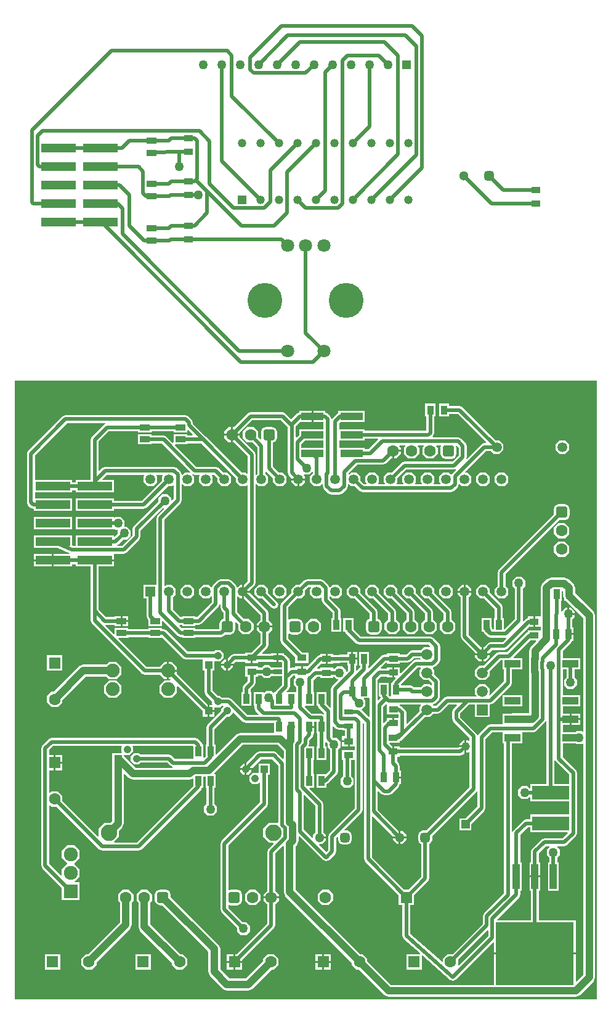
<source format=gbr>
G04*
G04 #@! TF.GenerationSoftware,Altium Limited,Altium Designer,24.4.1 (13)*
G04*
G04 Layer_Physical_Order=1*
G04 Layer_Color=255*
%FSLAX25Y25*%
%MOIN*%
G70*
G04*
G04 #@! TF.SameCoordinates,58F61C8A-C965-4830-B12A-95CD484E7F12*
G04*
G04*
G04 #@! TF.FilePolarity,Positive*
G04*
G01*
G75*
%ADD27R,0.05118X0.02756*%
%ADD28R,0.08661X0.03937*%
%ADD48R,0.05315X0.05315*%
%ADD49C,0.05315*%
%ADD53C,0.06299*%
%ADD54R,0.06299X0.06299*%
%ADD57R,0.03347X0.05315*%
%ADD58R,0.05315X0.03347*%
%ADD59R,0.18701X0.04724*%
%ADD60R,0.05118X0.03543*%
%ADD61R,0.03937X0.13386*%
%ADD62R,0.42126X0.33858*%
%ADD63R,0.20079X0.07480*%
%ADD64R,0.12205X0.03937*%
%ADD65R,0.03543X0.05118*%
%ADD66C,0.04000*%
%ADD67C,0.02000*%
%ADD68C,0.07087*%
%ADD69C,0.18898*%
%ADD70C,0.05118*%
G04:AMPARAMS|DCode=71|XSize=51.18mil|YSize=51.18mil|CornerRadius=12.8mil|HoleSize=0mil|Usage=FLASHONLY|Rotation=0.000|XOffset=0mil|YOffset=0mil|HoleType=Round|Shape=RoundedRectangle|*
%AMROUNDEDRECTD71*
21,1,0.05118,0.02559,0,0,0.0*
21,1,0.02559,0.05118,0,0,0.0*
1,1,0.02559,0.01280,-0.01280*
1,1,0.02559,-0.01280,-0.01280*
1,1,0.02559,-0.01280,0.01280*
1,1,0.02559,0.01280,0.01280*
%
%ADD71ROUNDEDRECTD71*%
%ADD72C,0.04134*%
%ADD73R,0.04134X0.04134*%
%ADD74C,0.07500*%
%ADD75R,0.06299X0.06299*%
G04:AMPARAMS|DCode=76|XSize=62.99mil|YSize=62.99mil|CornerRadius=15.75mil|HoleSize=0mil|Usage=FLASHONLY|Rotation=180.000|XOffset=0mil|YOffset=0mil|HoleType=Round|Shape=RoundedRectangle|*
%AMROUNDEDRECTD76*
21,1,0.06299,0.03150,0,0,180.0*
21,1,0.03150,0.06299,0,0,180.0*
1,1,0.03150,-0.01575,0.01575*
1,1,0.03150,0.01575,0.01575*
1,1,0.03150,0.01575,-0.01575*
1,1,0.03150,-0.01575,-0.01575*
%
%ADD76ROUNDEDRECTD76*%
%ADD77C,0.05000*%
%ADD78R,0.05000X0.05000*%
%ADD79C,0.04685*%
%ADD80R,0.04685X0.04685*%
%ADD81C,0.07559*%
%ADD82R,0.07559X0.07559*%
%ADD83C,0.04528*%
%ADD84R,0.04528X0.04528*%
G04:AMPARAMS|DCode=85|XSize=62.99mil|YSize=62.99mil|CornerRadius=15.75mil|HoleSize=0mil|Usage=FLASHONLY|Rotation=270.000|XOffset=0mil|YOffset=0mil|HoleType=Round|Shape=RoundedRectangle|*
%AMROUNDEDRECTD85*
21,1,0.06299,0.03150,0,0,270.0*
21,1,0.03150,0.06299,0,0,270.0*
1,1,0.03150,-0.01575,-0.01575*
1,1,0.03150,-0.01575,0.01575*
1,1,0.03150,0.01575,0.01575*
1,1,0.03150,0.01575,-0.01575*
%
%ADD85ROUNDEDRECTD85*%
%ADD86C,0.08858*%
%ADD87R,0.05906X0.05906*%
%ADD88C,0.05906*%
G36*
X314961D02*
X0D01*
Y334646D01*
X314961D01*
Y0D01*
D02*
G37*
%LPC*%
G36*
X117167Y309325D02*
X115948D01*
X113517Y306895D01*
Y305676D01*
X117167D01*
Y309325D01*
D02*
G37*
G36*
Y304676D02*
X113517D01*
Y303457D01*
X115948Y301026D01*
X117167D01*
Y304676D01*
D02*
G37*
G36*
X297912Y302218D02*
X294882D01*
X292739Y300075D01*
Y297045D01*
X294882Y294902D01*
X297912D01*
X300054Y297045D01*
Y300075D01*
X297912Y302218D01*
D02*
G37*
G36*
X235287Y322119D02*
X229744D01*
Y315001D01*
X235287D01*
Y316435D01*
X240027D01*
X255275Y301187D01*
X255084Y300725D01*
X254160D01*
X252629Y300091D01*
X244829Y292291D01*
X244406Y292574D01*
X244665Y293200D01*
Y299200D01*
X244031Y300731D01*
X241531Y303231D01*
X240000Y303865D01*
X226315D01*
X226123Y304327D01*
X226566Y304769D01*
X227200Y306300D01*
Y315001D01*
X227807D01*
Y322119D01*
X222264D01*
Y315001D01*
X222870D01*
Y307341D01*
X189491D01*
Y308144D01*
X175757D01*
Y311603D01*
X176361Y312207D01*
X189491D01*
Y318144D01*
X175286D01*
Y316934D01*
X174737Y316706D01*
X172061Y314031D01*
X171927Y313706D01*
X171434Y313824D01*
X170831Y315281D01*
X169405Y316706D01*
X168231Y317193D01*
Y318144D01*
X161628D01*
Y315176D01*
Y312207D01*
X167135D01*
Y308144D01*
X154026D01*
Y305263D01*
X152653Y303890D01*
X152191Y304081D01*
Y309879D01*
X154519Y312207D01*
X160628D01*
Y315176D01*
Y318144D01*
X154026D01*
Y317175D01*
X152895Y316706D01*
X149713Y313524D01*
X146531Y316706D01*
X145000Y317341D01*
X127667D01*
X126136Y316706D01*
X118755Y309325D01*
X118167D01*
Y305676D01*
X121816D01*
Y306264D01*
X128563Y313011D01*
X144103D01*
X147861Y309253D01*
Y284705D01*
X148495Y283174D01*
X149934Y281735D01*
Y281639D01*
X153592D01*
X157249D01*
Y282654D01*
X156604Y283300D01*
X156811Y283800D01*
X159450D01*
X160965Y285315D01*
X161427Y285124D01*
Y284147D01*
X159934Y282654D01*
Y279624D01*
X162077Y277482D01*
X165107D01*
X166273Y278648D01*
X166735Y278457D01*
Y277500D01*
X167369Y275969D01*
X169869Y273469D01*
X171400Y272835D01*
X175800D01*
X177331Y273469D01*
X179831Y275969D01*
X180465Y277500D01*
Y278441D01*
X180927Y278632D01*
X182077Y277482D01*
X184188D01*
X186801Y274869D01*
X188331Y274235D01*
X236250D01*
X237781Y274869D01*
X239831Y276919D01*
X240446Y278405D01*
X240927Y278632D01*
X242077Y277482D01*
X245107D01*
X247250Y279624D01*
Y282654D01*
X245107Y284797D01*
X244111D01*
X243920Y285259D01*
X255057Y296395D01*
X257956D01*
X259448Y294902D01*
X262478D01*
X264621Y297045D01*
Y300075D01*
X262478Y302218D01*
X260367D01*
X242454Y320131D01*
X240923Y320765D01*
X235287D01*
Y322119D01*
D02*
G37*
G36*
X265107Y284797D02*
X262077D01*
X259934Y282654D01*
Y279624D01*
X262077Y277482D01*
X265107D01*
X267249Y279624D01*
Y282654D01*
X265107Y284797D01*
D02*
G37*
G36*
X255107D02*
X252077D01*
X249935Y282654D01*
Y279624D01*
X252077Y277482D01*
X255107D01*
X257249Y279624D01*
Y282654D01*
X255107Y284797D01*
D02*
G37*
G36*
X157249Y280639D02*
X154092D01*
Y277482D01*
X155107D01*
X157249Y279624D01*
Y280639D01*
D02*
G37*
G36*
X153092D02*
X149934D01*
Y279624D01*
X152077Y277482D01*
X153092D01*
Y280639D01*
D02*
G37*
G36*
X92500Y315865D02*
X27600D01*
X26069Y315231D01*
X7269Y296431D01*
X6635Y294900D01*
Y268750D01*
X7269Y267219D01*
X8600Y265889D01*
X10131Y265254D01*
X10321D01*
Y264057D01*
X31022D01*
Y270781D01*
X10965D01*
Y274057D01*
X31022D01*
Y275254D01*
X32959D01*
Y274057D01*
X53659D01*
Y280781D01*
X47796D01*
X47605Y281243D01*
X49997Y283635D01*
X70262D01*
X70454Y283173D01*
X69934Y282654D01*
Y279624D01*
X72077Y277482D01*
X75107D01*
X77249Y279624D01*
Y282654D01*
X76730Y283173D01*
X76922Y283635D01*
X80262D01*
X80454Y283173D01*
X79935Y282654D01*
Y280543D01*
X68975Y269584D01*
X53659D01*
Y270781D01*
X32959D01*
Y264057D01*
X53659D01*
Y265254D01*
X69872D01*
X71403Y265889D01*
X82996Y277482D01*
X85107D01*
X85673Y278048D01*
X86135Y277857D01*
Y270597D01*
X85262Y269723D01*
X84800Y269915D01*
Y271050D01*
X82750Y273100D01*
X79850D01*
X77800Y271050D01*
Y269162D01*
X64537Y255898D01*
X63903Y254367D01*
Y250897D01*
X58171Y245165D01*
X55709D01*
X55610Y245665D01*
X56150Y245888D01*
X58862Y248600D01*
X60750D01*
X62800Y250650D01*
Y253550D01*
X60750Y255600D01*
X59653D01*
X59500Y255970D01*
Y258869D01*
X57450Y260919D01*
X54550D01*
X54121Y260490D01*
X53659Y260682D01*
Y260781D01*
X32959D01*
Y254057D01*
X53659D01*
Y254157D01*
X54121Y254348D01*
X54550Y253919D01*
X55647D01*
X55800Y253550D01*
Y251661D01*
X54159Y250021D01*
X53659Y250228D01*
Y250781D01*
X32959D01*
Y245165D01*
X31684D01*
X31022Y245442D01*
Y250781D01*
X10321D01*
Y244057D01*
X23104D01*
X29748Y241281D01*
X29648Y240781D01*
X21171D01*
Y237419D01*
Y234057D01*
X31022D01*
Y235254D01*
X32959D01*
Y234057D01*
X41135D01*
Y210000D01*
Y204900D01*
X41769Y203369D01*
X68858Y176281D01*
X70388Y175647D01*
X78557D01*
X81142Y173062D01*
X82609D01*
Y177812D01*
Y182562D01*
X81142D01*
X78557Y179976D01*
X71285D01*
X56260Y195002D01*
X56451Y195464D01*
X61532D01*
Y195618D01*
X61885Y195972D01*
X66900Y195972D01*
X66900Y195972D01*
X66900Y195972D01*
X72439D01*
Y195463D01*
X79754D01*
Y195463D01*
X80052Y195587D01*
X91329Y184309D01*
X92860Y183675D01*
X101933D01*
Y177773D01*
X102835D01*
Y166043D01*
X103469Y164512D01*
X106933Y161048D01*
Y159772D01*
X107134Y159572D01*
X106942Y159109D01*
X105500D01*
Y156543D01*
X108067D01*
Y157985D01*
X108529Y158176D01*
X108730Y157976D01*
X111270D01*
X112172Y158878D01*
X112845D01*
X113036Y158416D01*
X111933Y157313D01*
Y156037D01*
X104532Y148636D01*
X103898Y147106D01*
Y137675D01*
X103390D01*
Y131424D01*
X102740Y130774D01*
X102240Y130981D01*
Y137675D01*
X101659D01*
X101098Y139031D01*
X99297Y140831D01*
X97767Y141465D01*
X20000D01*
X18469Y140831D01*
X14969Y137331D01*
X14335Y135800D01*
Y72422D01*
X14969Y70891D01*
X25567Y60294D01*
Y53796D01*
X35126D01*
Y63355D01*
X32469D01*
X32385Y63855D01*
X35126Y66596D01*
Y70555D01*
X32368Y73313D01*
X32345Y73575D01*
X32368Y73838D01*
X35126Y76596D01*
Y80555D01*
X32326Y83355D01*
X28367D01*
X25567Y80555D01*
Y76596D01*
X28325Y73838D01*
X28348Y73575D01*
X28325Y73313D01*
X25567Y70555D01*
Y67124D01*
X25067Y66916D01*
X18665Y73319D01*
Y104848D01*
X19127Y105040D01*
X19962Y104205D01*
X22769D01*
X45804Y81169D01*
X47335Y80535D01*
X67267D01*
X68797Y81169D01*
X101098Y113469D01*
X101541Y114539D01*
X102240D01*
Y120607D01*
X103390D01*
Y114539D01*
X103898D01*
Y105685D01*
X102563Y104350D01*
Y101450D01*
X104613Y99400D01*
X107513D01*
X109563Y101450D01*
Y104350D01*
X108228Y105685D01*
Y114539D01*
X108736D01*
Y121854D01*
X108299D01*
X108108Y122316D01*
X123490Y137698D01*
X142398D01*
X145653Y134443D01*
Y130462D01*
X145191Y130271D01*
X141931Y133531D01*
X140400Y134165D01*
X132623D01*
X131092Y133531D01*
X125618Y128057D01*
Y124996D01*
X128680D01*
X133519Y129835D01*
X139503D01*
X142735Y126603D01*
Y95699D01*
X142273Y95507D01*
X142249Y95532D01*
X137751D01*
X134571Y92351D01*
Y87854D01*
X137751Y84674D01*
X139948D01*
X140140Y84211D01*
X137308Y81380D01*
X136674Y79849D01*
Y58900D01*
X134689Y56915D01*
Y55697D01*
X142988D01*
Y56915D01*
X141003Y58900D01*
Y78952D01*
X145191Y83140D01*
X145653Y82948D01*
Y58152D01*
X146604Y55856D01*
X182504Y19956D01*
Y18680D01*
X184935Y16249D01*
X186211D01*
X200032Y2428D01*
X202328Y1477D01*
X303754D01*
X306050Y2428D01*
X307981Y4360D01*
X308073Y4581D01*
X313320Y9827D01*
X314271Y12124D01*
Y207375D01*
X313320Y209671D01*
X303346Y219645D01*
Y222460D01*
X302395Y224756D01*
X299906Y227245D01*
X297609Y228196D01*
X290389D01*
X288093Y227245D01*
X285604Y224756D01*
X284653Y222460D01*
Y207064D01*
X281777D01*
Y204293D01*
Y201521D01*
X284653D01*
Y199584D01*
X277718D01*
Y198565D01*
X277182Y198343D01*
X266560Y187721D01*
X262075D01*
X260544Y187087D01*
X254056Y180599D01*
X251528D01*
X249212Y178284D01*
Y175009D01*
X251528Y172694D01*
X254802D01*
X257118Y175009D01*
Y177538D01*
X262972Y183392D01*
X264103D01*
Y178620D01*
X264935D01*
Y172097D01*
X256932Y164093D01*
X256912Y164097D01*
X256748Y164639D01*
X257118Y165009D01*
Y168284D01*
X254802Y170599D01*
X251528D01*
X249212Y168284D01*
Y165009D01*
X249995Y164227D01*
X249803Y163765D01*
X234024D01*
X232493Y163131D01*
X228174Y158811D01*
X226836D01*
X226568Y159125D01*
X226689Y159656D01*
X227687Y160069D01*
X229648Y162031D01*
X230283Y163562D01*
Y171694D01*
X229648Y173224D01*
X227118Y175755D01*
Y178284D01*
X226428Y178973D01*
X226550Y179559D01*
X227781Y180069D01*
X229731Y182019D01*
X230365Y183550D01*
Y190800D01*
X229731Y192331D01*
X226531Y195531D01*
X225000Y196165D01*
X187224D01*
X183301Y200088D01*
Y206093D01*
X177955D01*
Y198778D01*
X178845D01*
X179097Y198169D01*
X184797Y192469D01*
X186328Y191835D01*
X224103D01*
X224865Y191073D01*
X224632Y190599D01*
X221528D01*
X219740Y188811D01*
X215262D01*
X213731Y188177D01*
X212003Y186450D01*
X208559D01*
Y187056D01*
X201441D01*
Y186450D01*
X200000D01*
X198469Y185816D01*
X191764Y179111D01*
X191303Y179302D01*
Y180588D01*
X191811D01*
Y187903D01*
X186465D01*
Y180588D01*
X186973D01*
Y179493D01*
X185268Y177788D01*
X184807Y177980D01*
Y180588D01*
X185315D01*
Y183745D01*
X182642D01*
Y184245D01*
X182142D01*
Y187903D01*
X179969D01*
Y186410D01*
X175818D01*
X175533Y186292D01*
X172457D01*
Y186899D01*
X169398D01*
Y184127D01*
Y181355D01*
X172457D01*
Y181962D01*
X175700D01*
X175986Y182080D01*
X179969D01*
Y180588D01*
X180477D01*
Y177938D01*
X179762Y177223D01*
X179300Y177415D01*
Y178096D01*
X177250Y180147D01*
X174350D01*
X173015Y178811D01*
X172457D01*
Y179418D01*
X165339D01*
Y178811D01*
X163969D01*
X163778Y179273D01*
X165859Y181355D01*
X168398D01*
Y184127D01*
Y186899D01*
X165339D01*
Y186196D01*
X164039Y185658D01*
X158410Y180029D01*
X156012D01*
Y177257D01*
X155012D01*
Y180029D01*
X151953D01*
Y179422D01*
X150000D01*
X149480Y179207D01*
X149065Y179485D01*
Y182838D01*
X148431Y184368D01*
X146531Y186268D01*
X145875Y186540D01*
Y187116D01*
X142815D01*
Y184738D01*
Y182360D01*
X144316D01*
X144735Y181941D01*
Y179635D01*
X139015D01*
X137893Y180757D01*
X134993D01*
X133658Y179422D01*
X131918D01*
Y180029D01*
X124800D01*
Y174486D01*
X126194D01*
Y172079D01*
X123946Y169831D01*
X123312Y168300D01*
Y165999D01*
X122804D01*
Y158684D01*
X128150D01*
Y165999D01*
X127642D01*
Y167403D01*
X129890Y169651D01*
X130524Y171182D01*
Y174486D01*
X131918D01*
Y175092D01*
X133658D01*
X134993Y173757D01*
X137893D01*
X139015Y174879D01*
X144735D01*
Y170097D01*
X141661Y167023D01*
X141237Y165999D01*
X140519D01*
Y165984D01*
X140057Y165793D01*
X139050Y166800D01*
X136150D01*
X135108Y165758D01*
X134646Y165949D01*
Y165999D01*
X129300D01*
Y158684D01*
X129808D01*
Y157500D01*
X130442Y155969D01*
X132100Y154311D01*
X131909Y153849D01*
X126013D01*
X117288Y162573D01*
X115757Y163207D01*
X112172D01*
X111270Y164110D01*
X109994D01*
X107165Y166939D01*
Y177773D01*
X108067D01*
Y182782D01*
X108529Y182974D01*
X108730Y182773D01*
X111270D01*
X113067Y184569D01*
Y187110D01*
X111270Y188907D01*
X108730D01*
X107827Y188005D01*
X93757D01*
X82094Y199667D01*
X80563Y200301D01*
X79754D01*
Y200810D01*
X72439D01*
Y200301D01*
X66900D01*
X61532Y200302D01*
Y200810D01*
X54217D01*
Y197698D01*
X53755Y197506D01*
X49255Y202006D01*
X49447Y202468D01*
X54217D01*
Y201960D01*
X57374D01*
Y204633D01*
Y207306D01*
X54217D01*
Y206798D01*
X49564D01*
X45465Y210897D01*
Y234057D01*
X53659D01*
Y236919D01*
X43309D01*
Y237919D01*
X53659D01*
Y240781D01*
X54137Y240835D01*
X59067D01*
X60598Y241469D01*
X67598Y248469D01*
X68232Y250000D01*
Y253471D01*
X80566Y265805D01*
X80625Y265793D01*
X80789Y265251D01*
X77369Y261831D01*
X76735Y260300D01*
Y224047D01*
X69934D01*
Y216732D01*
X71427D01*
Y207138D01*
X72061Y205607D01*
X72439Y205229D01*
Y201960D01*
X79754D01*
Y204531D01*
X80216Y204722D01*
X88333Y196606D01*
X89863Y195972D01*
X90628D01*
Y195463D01*
X97943D01*
Y195972D01*
X111734D01*
X113265Y196606D01*
X113872Y197213D01*
X116747D01*
X118718Y198029D01*
X119534Y200000D01*
Y203150D01*
X119316Y203676D01*
X119732Y203954D01*
X121023Y202663D01*
Y199856D01*
X123454Y197425D01*
X126891D01*
X129322Y199856D01*
Y203294D01*
X126891Y205724D01*
X124084D01*
X120465Y209344D01*
Y217691D01*
X120927Y217882D01*
X122077Y216732D01*
X123092D01*
Y220389D01*
Y224047D01*
X122077D01*
X120867Y222836D01*
X120277Y222954D01*
X119831Y224031D01*
X117231Y226631D01*
X115700Y227265D01*
X111500D01*
X109969Y226631D01*
X107369Y224031D01*
X106918Y222942D01*
X106329Y222825D01*
X105107Y224047D01*
X102077D01*
X99935Y221904D01*
Y218874D01*
X102077Y216732D01*
X105107D01*
X106273Y217898D01*
X106735Y217707D01*
Y214729D01*
X98803Y206797D01*
X97943D01*
Y207306D01*
X90628D01*
Y206797D01*
X89856D01*
X85757Y210897D01*
Y217382D01*
X87249Y218874D01*
Y221904D01*
X85107Y224047D01*
X82077D01*
X81527Y223496D01*
X81065Y223688D01*
Y259403D01*
X89831Y268169D01*
X90465Y269700D01*
Y278441D01*
X90927Y278632D01*
X92077Y277482D01*
X95107D01*
X97250Y279624D01*
Y282654D01*
X96254Y283650D01*
X96537Y284073D01*
X97595Y283635D01*
X100262D01*
X100454Y283173D01*
X99935Y282654D01*
Y279624D01*
X102077Y277482D01*
X105107D01*
X107249Y279624D01*
Y282654D01*
X106730Y283173D01*
X106922Y283635D01*
X108035D01*
X109934Y281735D01*
Y279624D01*
X112077Y277482D01*
X115107D01*
X117250Y279624D01*
Y282654D01*
X115107Y284797D01*
X112996D01*
X110462Y287331D01*
X108931Y287965D01*
X98492D01*
X86897Y299560D01*
X87088Y300022D01*
X93400D01*
Y300531D01*
X101139D01*
X119934Y281735D01*
Y279624D01*
X122077Y277482D01*
X125107D01*
X125673Y278048D01*
X126135Y277857D01*
Y225994D01*
X124188Y224047D01*
X124092D01*
Y220889D01*
X127250D01*
Y220985D01*
X129831Y223567D01*
X130465Y225097D01*
Y278441D01*
X130927Y278632D01*
X132077Y277482D01*
X135107D01*
X137250Y279624D01*
Y282654D01*
X135757Y284147D01*
Y285242D01*
X136257Y285413D01*
X139935Y281735D01*
Y279624D01*
X142077Y277482D01*
X145107D01*
X147249Y279624D01*
Y282654D01*
X145107Y284797D01*
X142996D01*
X139831Y287961D01*
Y301058D01*
X141212Y301630D01*
X142028Y303601D01*
Y306751D01*
X141212Y308721D01*
X139241Y309538D01*
X136092D01*
X134121Y308721D01*
X133305Y306751D01*
Y303601D01*
X133523Y303074D01*
X133107Y302797D01*
X131816Y304088D01*
Y306895D01*
X129385Y309325D01*
X125948D01*
X123517Y306895D01*
Y303457D01*
X125948Y301026D01*
X128755D01*
X131427Y298354D01*
Y284147D01*
X130927Y283646D01*
X130465Y283838D01*
Y294542D01*
X129831Y296073D01*
X121816Y304088D01*
Y304676D01*
X118167D01*
Y301026D01*
X118755D01*
X126135Y293646D01*
Y284422D01*
X125673Y284230D01*
X125107Y284797D01*
X122996D01*
X103567Y304226D01*
X96565Y311228D01*
Y311800D01*
X95931Y313331D01*
X94031Y315231D01*
X92500Y315865D01*
D02*
G37*
G36*
X31022Y260781D02*
X10321D01*
Y254057D01*
X31022D01*
Y260781D01*
D02*
G37*
G36*
X297802Y257513D02*
X294364D01*
X291933Y255083D01*
Y251645D01*
X294364Y249214D01*
X297802D01*
X300232Y251645D01*
Y255083D01*
X297802Y257513D01*
D02*
G37*
G36*
Y247513D02*
X294364D01*
X291933Y245083D01*
Y241645D01*
X294364Y239214D01*
X297802D01*
X300232Y241645D01*
Y245083D01*
X297802Y247513D01*
D02*
G37*
G36*
X20171Y240781D02*
X10321D01*
Y237919D01*
X20171D01*
Y240781D01*
D02*
G37*
G36*
Y236919D02*
X10321D01*
Y234057D01*
X20171D01*
Y236919D01*
D02*
G37*
G36*
X245107Y224047D02*
X244092D01*
Y220889D01*
X247250D01*
Y221904D01*
X245107Y224047D01*
D02*
G37*
G36*
X243092D02*
X242077D01*
X239934Y221904D01*
Y220889D01*
X243092D01*
Y224047D01*
D02*
G37*
G36*
X297658Y267725D02*
X294508D01*
X292537Y266909D01*
X291721Y264939D01*
Y262064D01*
X262061Y232404D01*
X261427Y230873D01*
Y223397D01*
X259934Y221904D01*
Y218874D01*
X262077Y216732D01*
X265107D01*
X267249Y218874D01*
Y221904D01*
X265757Y223397D01*
Y229976D01*
X294782Y259002D01*
X297658D01*
X299628Y259818D01*
X300445Y261789D01*
Y264939D01*
X299628Y266909D01*
X297658Y267725D01*
D02*
G37*
G36*
X235107Y224047D02*
X232077D01*
X229935Y221904D01*
Y218874D01*
X232077Y216732D01*
X235107D01*
X237249Y218874D01*
Y221904D01*
X235107Y224047D01*
D02*
G37*
G36*
X165700Y227265D02*
X158303D01*
X156772Y226631D01*
X154188Y224047D01*
X152077D01*
X149934Y221904D01*
Y219793D01*
X144569Y214428D01*
X143935Y212897D01*
Y194149D01*
X144569Y192619D01*
X151953Y185235D01*
Y181966D01*
X159071D01*
Y187509D01*
X155802D01*
X148265Y195046D01*
Y197531D01*
X148680Y197808D01*
X150118Y197213D01*
X153268D01*
X155238Y198029D01*
X156055Y200000D01*
Y203149D01*
X155238Y205120D01*
X153268Y205936D01*
X150118D01*
X148680Y205341D01*
X148265Y205619D01*
Y212000D01*
X152996Y216732D01*
X155107D01*
X157249Y218874D01*
Y220985D01*
X159200Y222935D01*
X160312D01*
X160504Y222473D01*
X159934Y221904D01*
Y218874D01*
X162077Y216732D01*
X165107D01*
X165673Y217298D01*
X166135Y217107D01*
Y215932D01*
X166769Y214401D01*
X171967Y209203D01*
Y206093D01*
X171458D01*
Y198778D01*
X176805D01*
Y206093D01*
X176296D01*
Y210100D01*
X175662Y211631D01*
X170465Y216828D01*
Y217691D01*
X170927Y217882D01*
X172077Y216732D01*
X175107D01*
X177250Y218874D01*
Y221904D01*
X175107Y224047D01*
X172077D01*
X170867Y222836D01*
X170277Y222954D01*
X169831Y224031D01*
X167231Y226631D01*
X165700Y227265D01*
D02*
G37*
G36*
X145107Y224047D02*
X142077D01*
X139935Y221904D01*
Y218874D01*
X142077Y216732D01*
X145107D01*
X147249Y218874D01*
Y221904D01*
X145107Y224047D01*
D02*
G37*
G36*
X95107D02*
X92077D01*
X89934Y221904D01*
Y218874D01*
X92077Y216732D01*
X95107D01*
X97250Y218874D01*
Y221904D01*
X95107Y224047D01*
D02*
G37*
G36*
X135107D02*
X132077D01*
X129935Y221904D01*
Y218874D01*
X132077Y216732D01*
X134188D01*
X139069Y211851D01*
X140600Y211216D01*
X142131Y211851D01*
X142765Y213381D01*
X142131Y214912D01*
X137250Y219793D01*
Y221904D01*
X135107Y224047D01*
D02*
G37*
G36*
X61532Y207306D02*
X58374D01*
Y205133D01*
X61532D01*
Y207306D01*
D02*
G37*
G36*
X127250Y219889D02*
X124092D01*
Y216732D01*
X124188D01*
X133008Y207912D01*
Y205278D01*
X131023Y203294D01*
Y202075D01*
X139322D01*
Y203294D01*
X137337Y205278D01*
Y208809D01*
X136703Y210339D01*
X127250Y219793D01*
Y219889D01*
D02*
G37*
G36*
X61532Y204133D02*
X58374D01*
Y201960D01*
X61532D01*
Y204133D01*
D02*
G37*
G36*
X274250Y228600D02*
X271350D01*
X269300Y226550D01*
Y223650D01*
X270635Y222315D01*
Y205597D01*
X265273Y200234D01*
X264773Y200441D01*
Y206093D01*
X264264D01*
Y211882D01*
X263630Y213412D01*
X257249Y219793D01*
Y221904D01*
X255107Y224047D01*
X252077D01*
X249935Y221904D01*
Y218874D01*
X252077Y216732D01*
X254188D01*
X259935Y210985D01*
Y206093D01*
X259426D01*
Y200058D01*
X258926Y199962D01*
X258277Y201583D01*
Y206093D01*
X252930D01*
Y198778D01*
X253778D01*
X254073Y198066D01*
X255969Y196169D01*
X256356Y196009D01*
X256648Y195710D01*
X257091Y195705D01*
X257500Y195535D01*
X265719D01*
X266015Y195124D01*
X264103Y193212D01*
X257566D01*
X256035Y192578D01*
X254056Y190599D01*
X253665D01*
Y187147D01*
X257118D01*
Y187538D01*
X258463Y188883D01*
X265000D01*
X266531Y189517D01*
X278535Y201521D01*
X280777D01*
Y204293D01*
Y207064D01*
X277718D01*
Y206239D01*
X276714Y205823D01*
X275376Y204485D01*
X274965Y204781D01*
Y222315D01*
X276300Y223650D01*
Y226550D01*
X274250Y228600D01*
D02*
G37*
G36*
X225107Y224047D02*
X222077D01*
X219935Y221904D01*
Y218874D01*
X222077Y216732D01*
X224188D01*
X232222Y208698D01*
Y205313D01*
X230237Y203328D01*
Y199891D01*
X232668Y197460D01*
X236106D01*
X238537Y199891D01*
Y203328D01*
X236552Y205313D01*
Y209594D01*
X235918Y211125D01*
X227250Y219793D01*
Y221904D01*
X225107Y224047D01*
D02*
G37*
G36*
X215107D02*
X212077D01*
X209934Y221904D01*
Y218874D01*
X212077Y216732D01*
X214188D01*
X222222Y208698D01*
Y205313D01*
X220237Y203328D01*
Y199891D01*
X222668Y197460D01*
X226106D01*
X228537Y199891D01*
Y203328D01*
X226552Y205313D01*
Y209594D01*
X225918Y211125D01*
X217249Y219793D01*
Y221904D01*
X215107Y224047D01*
D02*
G37*
G36*
X205107D02*
X202077D01*
X199934Y221904D01*
Y218874D01*
X202077Y216732D01*
X204188D01*
X212222Y208698D01*
Y205313D01*
X210237Y203328D01*
Y199891D01*
X212668Y197460D01*
X216106D01*
X218537Y199891D01*
Y203328D01*
X216552Y205313D01*
Y209594D01*
X215918Y211125D01*
X207249Y219793D01*
Y221904D01*
X205107Y224047D01*
D02*
G37*
G36*
X195107D02*
X192077D01*
X189935Y221904D01*
Y218874D01*
X192077Y216732D01*
X194188D01*
X202222Y208698D01*
Y205313D01*
X200237Y203328D01*
Y199891D01*
X202668Y197460D01*
X206106D01*
X208537Y199891D01*
Y203328D01*
X206552Y205313D01*
Y209594D01*
X205918Y211125D01*
X197249Y219793D01*
Y221904D01*
X195107Y224047D01*
D02*
G37*
G36*
X163412Y205724D02*
X159974D01*
X157543Y203293D01*
Y199856D01*
X159974Y197425D01*
X163412D01*
X165843Y199856D01*
Y203293D01*
X163412Y205724D01*
D02*
G37*
G36*
X185107Y224047D02*
X182077D01*
X179935Y221904D01*
Y218874D01*
X182077Y216732D01*
X184188D01*
X192222Y208698D01*
Y205727D01*
X190841Y205155D01*
X190025Y203184D01*
Y200035D01*
X190841Y198064D01*
X192812Y197248D01*
X195962D01*
X197933Y198064D01*
X198749Y200035D01*
Y203184D01*
X197933Y205155D01*
X196552Y205727D01*
Y209594D01*
X195918Y211125D01*
X187250Y219793D01*
Y221904D01*
X185107Y224047D01*
D02*
G37*
G36*
X247250Y219889D02*
X243592D01*
X239934D01*
Y218874D01*
X241427Y217382D01*
Y196220D01*
X242061Y194689D01*
X249212Y187538D01*
Y187147D01*
X252665D01*
Y190599D01*
X252274D01*
X245757Y197116D01*
Y217382D01*
X247250Y218874D01*
Y219889D01*
D02*
G37*
G36*
X185315Y187903D02*
X183142D01*
Y184745D01*
X185315D01*
Y187903D01*
D02*
G37*
G36*
X257118Y186147D02*
X253665D01*
Y182694D01*
X254802D01*
X257118Y185009D01*
Y186147D01*
D02*
G37*
G36*
X252665D02*
X249212D01*
Y185009D01*
X251528Y182694D01*
X252665D01*
Y186147D01*
D02*
G37*
G36*
X139322Y201075D02*
X131023D01*
Y199856D01*
X133008Y197871D01*
Y192448D01*
X128069Y187509D01*
X124800D01*
Y186902D01*
X118898D01*
X117367Y186268D01*
X115500Y184401D01*
Y181340D01*
X118561D01*
X119794Y182573D01*
X124800D01*
Y181966D01*
X127859D01*
Y184738D01*
X128859D01*
Y181966D01*
X131918D01*
Y182573D01*
X138756D01*
Y182360D01*
X141815D01*
Y184738D01*
Y187116D01*
X138756D01*
Y186902D01*
X134238D01*
X134047Y187364D01*
X136703Y190021D01*
X137337Y191551D01*
Y197871D01*
X139322Y199856D01*
Y201075D01*
D02*
G37*
G36*
X114500Y183907D02*
X113730D01*
X111933Y182110D01*
Y181340D01*
X114500D01*
Y183907D01*
D02*
G37*
G36*
X85077Y182562D02*
X83609D01*
Y178312D01*
X87859D01*
Y179779D01*
X85077Y182562D01*
D02*
G37*
G36*
X25830Y186106D02*
X17531D01*
Y177807D01*
X25830D01*
Y186106D01*
D02*
G37*
G36*
X118067Y180340D02*
X115500D01*
Y177773D01*
X116270D01*
X118067Y179569D01*
Y180340D01*
D02*
G37*
G36*
X114500D02*
X111933D01*
Y179569D01*
X113730Y177773D01*
X114500D01*
Y180340D01*
D02*
G37*
G36*
X55077Y182562D02*
X51142D01*
X49639Y181059D01*
X37221D01*
X34925Y180108D01*
X21238Y166421D01*
X19962D01*
X17531Y163990D01*
Y160553D01*
X19962Y158122D01*
X23399D01*
X25830Y160553D01*
Y161829D01*
X38566Y174564D01*
X49639D01*
X51142Y173062D01*
X55077D01*
X57859Y175844D01*
Y179779D01*
X55077Y182562D01*
D02*
G37*
G36*
Y172562D02*
X51142D01*
X48359Y169779D01*
Y165844D01*
X51142Y163062D01*
X55077D01*
X57859Y165844D01*
Y169779D01*
X55077Y172562D01*
D02*
G37*
G36*
X108067Y155543D02*
X105500D01*
Y152976D01*
X108067D01*
Y155543D01*
D02*
G37*
G36*
X87859Y177312D02*
X83609D01*
Y173062D01*
X84348D01*
X84080Y172562D01*
X81142D01*
X78359Y169779D01*
Y165844D01*
X81142Y163062D01*
X85077D01*
X87859Y165844D01*
Y169293D01*
X88359Y169500D01*
X100969Y156890D01*
X100996Y156879D01*
X101008Y156852D01*
X101933Y155972D01*
Y152976D01*
X104500D01*
Y156043D01*
Y159506D01*
X104012Y159971D01*
X87859Y176123D01*
Y177312D01*
D02*
G37*
G36*
X124618Y127562D02*
X123848D01*
X122051Y125766D01*
Y124996D01*
X124618D01*
Y127562D01*
D02*
G37*
G36*
X138185D02*
X132051D01*
Y122553D01*
X131589Y122362D01*
X131389Y122563D01*
X128848D01*
X127051Y120766D01*
Y118225D01*
X128848Y116429D01*
X131389D01*
X132492Y117532D01*
X132953Y117340D01*
Y106715D01*
X112069Y85831D01*
X111435Y84300D01*
Y48700D01*
X112069Y47169D01*
X120400Y38838D01*
Y36950D01*
X122450Y34900D01*
X125350D01*
X127400Y36950D01*
Y39850D01*
X125350Y41900D01*
X123461D01*
X115765Y49597D01*
Y51006D01*
X116181Y51284D01*
X117264Y50835D01*
X120413D01*
X122384Y51651D01*
X123200Y53622D01*
Y56771D01*
X122384Y58742D01*
X120413Y59558D01*
X117264D01*
X116181Y59110D01*
X115765Y59387D01*
Y83403D01*
X136649Y104288D01*
X137283Y105818D01*
Y121429D01*
X138185D01*
Y127562D01*
D02*
G37*
G36*
X128185Y123996D02*
X125618D01*
Y121429D01*
X126389D01*
X128185Y123225D01*
Y123996D01*
D02*
G37*
G36*
X124618D02*
X122051D01*
Y123225D01*
X123848Y121429D01*
X124618D01*
Y123996D01*
D02*
G37*
G36*
X130557Y59346D02*
X127120D01*
X124689Y56915D01*
Y53478D01*
X127120Y51047D01*
X130557D01*
X132988Y53478D01*
Y56915D01*
X130557Y59346D01*
D02*
G37*
G36*
X171118Y24548D02*
X167469D01*
Y20899D01*
X171118D01*
Y24548D01*
D02*
G37*
G36*
X166469D02*
X162819D01*
Y20899D01*
X166469D01*
Y24548D01*
D02*
G37*
G36*
X142988Y54697D02*
X134689D01*
Y53478D01*
X136674Y51493D01*
Y41138D01*
X120084Y24548D01*
X119496D01*
Y20899D01*
X123146D01*
Y21487D01*
X140369Y38710D01*
X141003Y40241D01*
Y51493D01*
X142988Y53478D01*
Y54697D01*
D02*
G37*
G36*
X118496Y24548D02*
X114847D01*
Y20899D01*
X118496D01*
Y24548D01*
D02*
G37*
G36*
X171118Y19899D02*
X167469D01*
Y16249D01*
X171118D01*
Y19899D01*
D02*
G37*
G36*
X166469D02*
X162819D01*
Y16249D01*
X166469D01*
Y19899D01*
D02*
G37*
G36*
X123146D02*
X119496D01*
Y16249D01*
X123146D01*
Y19899D01*
D02*
G37*
G36*
X118496D02*
X114847D01*
Y16249D01*
X118496D01*
Y19899D01*
D02*
G37*
G36*
X71940Y59346D02*
X68503D01*
X66072Y56915D01*
Y53478D01*
X66974Y52575D01*
Y39483D01*
X67925Y37187D01*
X85156Y19956D01*
Y18680D01*
X87587Y16249D01*
X91025D01*
X93456Y18680D01*
Y22117D01*
X91025Y24548D01*
X89749D01*
X73469Y40828D01*
Y52575D01*
X74371Y53478D01*
Y56915D01*
X71940Y59346D01*
D02*
G37*
G36*
X73771Y24548D02*
X65471D01*
Y16249D01*
X73771D01*
Y24548D01*
D02*
G37*
G36*
X61940Y59346D02*
X58503D01*
X56072Y56915D01*
Y53478D01*
X56974Y52575D01*
Y41776D01*
X39747Y24548D01*
X38470D01*
X36040Y22117D01*
Y18680D01*
X38470Y16249D01*
X41908D01*
X44339Y18680D01*
Y19956D01*
X62517Y38135D01*
X63469Y40431D01*
Y52575D01*
X64371Y53478D01*
Y56915D01*
X61940Y59346D01*
D02*
G37*
G36*
X24654Y24548D02*
X16355D01*
Y16249D01*
X24654D01*
Y24548D01*
D02*
G37*
G36*
X81796Y59558D02*
X78647D01*
X76676Y58742D01*
X75860Y56771D01*
Y53622D01*
X76676Y51651D01*
X78647Y50835D01*
X79991D01*
X104853Y25973D01*
Y15000D01*
X105804Y12704D01*
X112604Y5904D01*
X114900Y4953D01*
X126483D01*
X128779Y5904D01*
X139124Y16249D01*
X140400D01*
X142831Y18680D01*
Y22117D01*
X140400Y24548D01*
X136962D01*
X134532Y22117D01*
Y20841D01*
X125138Y11447D01*
X116245D01*
X111347Y16345D01*
Y27318D01*
X110396Y29614D01*
X84583Y55427D01*
Y56771D01*
X83767Y58742D01*
X81796Y59558D01*
D02*
G37*
%LPD*%
G36*
X167135Y298144D02*
X155191D01*
Y300305D01*
X157093Y302207D01*
X167135D01*
Y298144D01*
D02*
G37*
G36*
X196812Y302549D02*
X191603Y297341D01*
X189491D01*
Y298144D01*
X175757D01*
Y302207D01*
X189491D01*
Y303011D01*
X196621D01*
X196812Y302549D01*
D02*
G37*
G36*
X230927Y299119D02*
X230500Y298088D01*
Y294938D01*
X231316Y292967D01*
X233287Y292151D01*
X236437D01*
X238407Y292967D01*
X239224Y294938D01*
Y298088D01*
X238796Y299119D01*
X238822Y299158D01*
X239266Y299373D01*
X240335Y298303D01*
Y294097D01*
X237003Y290765D01*
X211053D01*
X209522Y290131D01*
X204188Y284797D01*
X202077D01*
X199934Y282654D01*
Y279624D01*
X200532Y279027D01*
X200341Y278565D01*
X196843D01*
X196652Y279027D01*
X197249Y279624D01*
Y282654D01*
X195107Y284797D01*
X192077D01*
X189935Y282654D01*
Y279624D01*
X190532Y279027D01*
X190341Y278565D01*
X189228D01*
X187250Y280543D01*
Y282654D01*
X185107Y284797D01*
X182077D01*
X181220Y283940D01*
X180688Y284114D01*
X180660Y284298D01*
X185397Y289035D01*
X199549D01*
X201080Y289669D01*
X203774Y292363D01*
X204362D01*
Y296513D01*
X204862D01*
Y297013D01*
X209011D01*
Y298232D01*
X208170Y299073D01*
X208361Y299535D01*
X211363D01*
X211554Y299073D01*
X210712Y298232D01*
Y294794D01*
X213143Y292363D01*
X216581D01*
X219011Y294794D01*
Y298232D01*
X218170Y299073D01*
X218361Y299535D01*
X221362D01*
X221554Y299073D01*
X220712Y298232D01*
Y294794D01*
X223143Y292363D01*
X226581D01*
X229011Y294794D01*
Y298232D01*
X228170Y299073D01*
X228361Y299535D01*
X230650D01*
X230927Y299119D01*
D02*
G37*
G36*
X238809Y286271D02*
X236769Y284231D01*
X236620Y283871D01*
X236130Y283774D01*
X235107Y284797D01*
X232077D01*
X229935Y282654D01*
Y279624D01*
X230532Y279027D01*
X230341Y278565D01*
X226843D01*
X226652Y279027D01*
X227250Y279624D01*
Y282654D01*
X225107Y284797D01*
X222077D01*
X219935Y282654D01*
Y279624D01*
X220532Y279027D01*
X220341Y278565D01*
X216843D01*
X216652Y279027D01*
X217249Y279624D01*
Y282654D01*
X215107Y284797D01*
X212077D01*
X209934Y282654D01*
Y279624D01*
X210532Y279027D01*
X210341Y278565D01*
X206843D01*
X206652Y279027D01*
X207249Y279624D01*
Y281735D01*
X211949Y286435D01*
X237900D01*
X238526Y286695D01*
X238809Y286271D01*
D02*
G37*
%LPC*%
G36*
X209011Y296013D02*
X205362D01*
Y292363D01*
X206581D01*
X209011Y294794D01*
Y296013D01*
D02*
G37*
%LPD*%
G36*
X96348Y305322D02*
X96156Y304860D01*
X93400D01*
Y305369D01*
X86085D01*
Y301025D01*
X85623Y300834D01*
X82231Y304226D01*
X80700Y304860D01*
X74224D01*
Y305369D01*
X66909D01*
Y300022D01*
X74224D01*
Y300531D01*
X79803D01*
X95037Y285297D01*
X94830Y284797D01*
X92077D01*
X90927Y283646D01*
X90423Y283850D01*
X89831Y285281D01*
X87781Y287331D01*
X86250Y287965D01*
X49100D01*
X47569Y287331D01*
X45927Y285688D01*
X45465Y285879D01*
Y301595D01*
X50897Y307027D01*
X66909D01*
Y306518D01*
X74224D01*
Y306673D01*
X74577Y307027D01*
X80100Y307027D01*
X80100Y307027D01*
X80100Y307027D01*
X86085D01*
Y306518D01*
X93400D01*
Y307617D01*
X93862Y307808D01*
X96348Y305322D01*
D02*
G37*
G36*
X49225Y311035D02*
X48469Y310722D01*
X41769Y304022D01*
X41135Y302492D01*
Y280781D01*
X32959D01*
Y279584D01*
X31022D01*
Y280781D01*
X10965D01*
Y294003D01*
X28497Y311535D01*
X49125D01*
X49225Y311035D01*
D02*
G37*
G36*
X111427Y213401D02*
Y211681D01*
X112061Y210150D01*
X113008Y209203D01*
Y205692D01*
X111627Y205120D01*
X110811Y203150D01*
Y200301D01*
X97943D01*
Y200810D01*
X90628D01*
Y200810D01*
X90362Y200700D01*
X89094Y201968D01*
X89301Y202468D01*
X90628D01*
Y201959D01*
X97943D01*
Y202468D01*
X99700D01*
X101231Y203102D01*
X110431Y212302D01*
X110927Y213500D01*
X111427Y213401D01*
D02*
G37*
G36*
X219765Y184265D02*
X219520Y183765D01*
X217278D01*
X215747Y183131D01*
X209021Y176405D01*
X208559Y176596D01*
Y179576D01*
X205500D01*
Y176804D01*
Y174033D01*
X205996D01*
X206187Y173571D01*
X204847Y172231D01*
X204416Y171190D01*
X203705D01*
Y164164D01*
X203205Y163957D01*
X202555Y164606D01*
Y171190D01*
X197209D01*
Y163875D01*
X197859D01*
X198221Y163001D01*
X196929Y161709D01*
X196467Y161900D01*
Y172910D01*
X198197Y174640D01*
X201441D01*
Y174033D01*
X204500D01*
Y176804D01*
Y179576D01*
X201441D01*
Y178969D01*
X198399D01*
X198208Y179431D01*
X200897Y182120D01*
X201441D01*
Y181513D01*
X208559D01*
Y182120D01*
X212900D01*
X214431Y182754D01*
X216159Y184482D01*
X219597D01*
X219765Y184265D01*
D02*
G37*
G36*
X174350Y173147D02*
X175032D01*
X175223Y172685D01*
X171769Y169231D01*
X171135Y167700D01*
Y158032D01*
X170673Y157840D01*
X168762Y159751D01*
Y165999D01*
X163416D01*
Y158684D01*
X164205D01*
X164558Y157833D01*
X167484Y154906D01*
X167451Y154469D01*
X167004Y154186D01*
X166089Y154565D01*
X160897D01*
X157277Y158184D01*
X157484Y158684D01*
X162266D01*
Y165999D01*
X161758D01*
Y172543D01*
X163697Y174482D01*
X165339D01*
Y173875D01*
X172457D01*
Y174482D01*
X173015D01*
X174350Y173147D01*
D02*
G37*
G36*
X219902Y178973D02*
X219212Y178284D01*
Y175009D01*
X221528Y172694D01*
X224056D01*
X225953Y170797D01*
Y170102D01*
X225491Y169911D01*
X224802Y170599D01*
X221528D01*
X219740Y168811D01*
X216083D01*
X215831Y169063D01*
X214300Y169697D01*
X209051D01*
Y170312D01*
X218175Y179435D01*
X219710D01*
X219902Y178973D01*
D02*
G37*
G36*
X296851Y220735D02*
Y219291D01*
X297057Y218796D01*
X296851Y218300D01*
X297425Y216914D01*
Y215634D01*
X298172D01*
X307776Y206030D01*
Y144938D01*
X307314Y144747D01*
X306973Y145088D01*
X304074D01*
X303542Y144556D01*
X296665D01*
Y148619D01*
X300429D01*
Y151588D01*
Y154557D01*
X296665D01*
Y158619D01*
X306260D01*
Y164557D01*
X296665D01*
Y178498D01*
X296715Y178620D01*
X298635D01*
Y174185D01*
X297300Y172850D01*
Y169950D01*
X299350Y167900D01*
X302250D01*
X304300Y169950D01*
Y172850D01*
X302965Y174185D01*
Y178620D01*
X306260D01*
Y184556D01*
X296763D01*
Y188402D01*
X301180Y192819D01*
X301646Y193942D01*
X302323D01*
Y197100D01*
X299650D01*
Y198100D01*
X302323D01*
Y201257D01*
X301814D01*
Y205615D01*
X303150Y206950D01*
Y207900D01*
X299650D01*
Y208400D01*
X299150D01*
Y211900D01*
X298200D01*
X296267Y209967D01*
X295767Y210134D01*
Y215634D01*
X296276D01*
Y220518D01*
X296776Y220785D01*
X296851Y220735D01*
D02*
G37*
G36*
X151953Y174486D02*
X151953D01*
X152123Y174073D01*
X151100Y173050D01*
Y170150D01*
X152435Y168815D01*
Y166469D01*
X152361Y165999D01*
X147468D01*
X147261Y166499D01*
X148431Y167669D01*
X149065Y169200D01*
Y173260D01*
X150897Y175092D01*
X151953D01*
Y174486D01*
D02*
G37*
G36*
X282187Y193579D02*
X279404Y190796D01*
X278453Y188500D01*
Y184366D01*
X278351Y184121D01*
Y177079D01*
X278453Y176834D01*
Y154835D01*
X269433D01*
X268760Y154557D01*
X264103D01*
Y148665D01*
X257400D01*
X255869Y148031D01*
X251169Y143331D01*
X250889Y142654D01*
X250348D01*
X249831Y143901D01*
X241142Y152590D01*
Y154681D01*
X245897Y159435D01*
X249212D01*
Y152694D01*
X257118D01*
Y159435D01*
X257500D01*
X259031Y160069D01*
X263662Y164701D01*
X264103Y164434D01*
X264103Y164107D01*
Y158619D01*
X274764D01*
Y164557D01*
X264585D01*
X264225Y164557D01*
X263958Y164997D01*
X268631Y169669D01*
X269265Y171200D01*
Y178620D01*
X274764D01*
Y184556D01*
X270171D01*
X269980Y185018D01*
X279002Y194041D01*
X281995D01*
X282187Y193579D01*
D02*
G37*
G36*
X192138Y162625D02*
Y152880D01*
X191676Y152688D01*
X187795Y156569D01*
X187850Y156700D01*
X189900Y158750D01*
Y161650D01*
X189023Y162527D01*
X189214Y162989D01*
X191811D01*
X192138Y162625D01*
D02*
G37*
G36*
X201441Y159391D02*
Y154206D01*
X207532D01*
X207635Y154103D01*
Y152269D01*
X205500D01*
Y149498D01*
X204500D01*
Y152269D01*
X201441D01*
Y151058D01*
X201370Y151028D01*
X199929Y149588D01*
X199467Y149779D01*
Y158124D01*
X200941Y159598D01*
X201441Y159391D01*
D02*
G37*
G36*
X219902Y158973D02*
X219212Y158284D01*
Y155841D01*
X212425Y149291D01*
X211965Y149487D01*
Y155000D01*
X211331Y156531D01*
X209353Y158509D01*
X208559Y158837D01*
Y159435D01*
X219710D01*
X219902Y158973D01*
D02*
G37*
G36*
X239312D02*
X237447Y157108D01*
X236813Y155577D01*
Y151693D01*
X237447Y150162D01*
X246135Y141474D01*
Y139971D01*
X245673Y139779D01*
X245345Y140108D01*
X244493D01*
Y136844D01*
Y133580D01*
X245345D01*
X245673Y133908D01*
X246135Y133717D01*
Y114550D01*
X222910Y91324D01*
X220945D01*
X219200Y90601D01*
X218477Y88857D01*
Y86298D01*
X219200Y84553D01*
X220059Y84197D01*
Y66362D01*
X213122Y59425D01*
X210946D01*
X193467Y76903D01*
Y98839D01*
X193929Y99031D01*
X204883Y88077D01*
X207945D01*
Y91138D01*
X196467Y102616D01*
Y112418D01*
X196929Y112609D01*
X198469Y111069D01*
X200000Y110435D01*
X202500D01*
X204031Y111069D01*
X207909Y114947D01*
X208528Y116443D01*
X209051D01*
Y119600D01*
X206378D01*
Y120600D01*
X209051D01*
Y123758D01*
X208543D01*
Y126300D01*
X207909Y127831D01*
X207027Y128713D01*
Y131246D01*
X208421D01*
Y131853D01*
X241167D01*
X242698Y132487D01*
X243493Y133282D01*
Y136344D01*
X240431D01*
X240270Y136182D01*
X208421D01*
Y136789D01*
X205362D01*
Y134018D01*
X204362D01*
Y136817D01*
X202953Y138226D01*
X203160Y138726D01*
X208421D01*
Y139695D01*
X209079Y139967D01*
X211317Y142206D01*
X222186Y152694D01*
X224802D01*
X226590Y154482D01*
X229071D01*
X230601Y155116D01*
X234921Y159435D01*
X239121D01*
X239312Y158973D01*
D02*
G37*
G36*
X58135Y136673D02*
X57907Y136446D01*
Y133905D01*
X58108Y133704D01*
X57916Y133242D01*
X56409D01*
X55974Y133422D01*
X55539Y133242D01*
X52907D01*
Y130610D01*
X52727Y130175D01*
Y96398D01*
X51860Y95532D01*
X48775D01*
X45594Y92351D01*
Y88209D01*
X45094Y88002D01*
X25830Y107266D01*
Y110073D01*
X23399Y112504D01*
X19962D01*
X19127Y111669D01*
X18665Y111860D01*
Y123890D01*
X21180D01*
Y128039D01*
Y132189D01*
X18665D01*
Y134903D01*
X20897Y137135D01*
X57943D01*
X58135Y136673D01*
D02*
G37*
G36*
X123585Y150154D02*
X125116Y149519D01*
X140518D01*
Y144192D01*
X122145D01*
X119849Y143241D01*
X109198Y132590D01*
X108736Y132782D01*
Y137675D01*
X108228D01*
Y146209D01*
X114995Y152976D01*
X116270D01*
X118067Y154772D01*
Y155018D01*
X118529Y155210D01*
X123585Y150154D01*
D02*
G37*
G36*
X96894Y136645D02*
Y130360D01*
X96535Y130019D01*
X86774D01*
X85086Y131706D01*
X83556Y132340D01*
X68146D01*
X67244Y133242D01*
X64703D01*
X62907Y131446D01*
Y128905D01*
X64703Y127108D01*
X67244D01*
X68146Y128010D01*
X82659D01*
X84346Y126323D01*
X85623Y125794D01*
X85523Y125294D01*
X65447D01*
X59086Y131656D01*
X59125Y132014D01*
X59609Y132203D01*
X59703Y132108D01*
X62244D01*
X64041Y133905D01*
Y136446D01*
X63813Y136673D01*
X64004Y137135D01*
X96403D01*
X96894Y136645D01*
D02*
G37*
G36*
X292969Y128769D02*
X300135Y121603D01*
Y116573D01*
X292265D01*
Y129164D01*
X292765Y129263D01*
X292969Y128769D01*
D02*
G37*
G36*
X287935Y150395D02*
Y116573D01*
X279146D01*
Y114376D01*
X278646Y114169D01*
X277482Y115333D01*
X274583D01*
X272533Y113282D01*
Y110383D01*
X274583Y108333D01*
X277482D01*
X278646Y109496D01*
X279146Y109289D01*
Y107092D01*
X300135D01*
Y100037D01*
X279146D01*
Y97462D01*
X276920D01*
X275389Y96828D01*
X270092Y91531D01*
X269765Y90741D01*
X269265Y90841D01*
Y138619D01*
X274764D01*
Y144335D01*
X280669D01*
X282200Y144969D01*
X287231Y150000D01*
X287435Y150494D01*
X287935Y150395D01*
D02*
G37*
G36*
X264103Y138619D02*
X264935D01*
Y57437D01*
X254029Y46531D01*
X253395Y45000D01*
Y40958D01*
X236985Y24548D01*
X234178D01*
X231747Y22117D01*
Y20590D01*
X231291Y20385D01*
X214199Y35540D01*
Y51126D01*
X216183D01*
Y56363D01*
X223755Y63935D01*
X224389Y65466D01*
Y84197D01*
X225248Y84553D01*
X225971Y86298D01*
Y88262D01*
X249831Y112122D01*
X250035Y112616D01*
X250535Y112516D01*
Y104322D01*
X244195Y97982D01*
X240729D01*
Y91454D01*
X247257D01*
Y94920D01*
X254231Y101894D01*
X254865Y103425D01*
Y140903D01*
X258297Y144335D01*
X264103D01*
Y138619D01*
D02*
G37*
G36*
X162835Y104733D02*
Y90446D01*
X161441Y89051D01*
Y87674D01*
X160979Y87482D01*
X156594Y91868D01*
Y110322D01*
X157056Y110513D01*
X162835Y104733D01*
D02*
G37*
G36*
X61806Y119751D02*
X64102Y118800D01*
X94844D01*
X96478Y119477D01*
X96894Y119199D01*
Y115388D01*
X66370Y84865D01*
X54117D01*
X53926Y85327D01*
X56453Y87854D01*
Y90939D01*
X58270Y92757D01*
X59221Y95053D01*
Y121683D01*
X59683Y121874D01*
X61806Y119751D01*
D02*
G37*
G36*
X189138Y149072D02*
Y76006D01*
X189772Y74476D01*
X207884Y56363D01*
Y51126D01*
X209869D01*
Y34566D01*
X209896Y34502D01*
X209873Y34436D01*
X210209Y33745D01*
X210503Y33035D01*
X210567Y33009D01*
X210598Y32946D01*
X219542Y25016D01*
X219365Y24548D01*
X212062D01*
Y16249D01*
X220362D01*
Y23680D01*
X220818Y23885D01*
X235823Y10580D01*
X236549Y10329D01*
X237259Y10035D01*
X237324Y10062D01*
X237389Y10039D01*
X238080Y10375D01*
X238790Y10669D01*
X259098Y30977D01*
X259559Y30785D01*
Y25328D01*
X303685D01*
Y42757D01*
X283787D01*
Y58867D01*
X284591D01*
Y66060D01*
X278654D01*
Y58867D01*
X279458D01*
Y42757D01*
X261328D01*
X261121Y43257D01*
X273153Y55289D01*
X273787Y56820D01*
Y58867D01*
X274591D01*
Y74253D01*
X273787D01*
Y89103D01*
X277816Y93132D01*
X279146D01*
Y90557D01*
X299242D01*
X299434Y90095D01*
X296603Y87265D01*
X286722D01*
X285192Y86631D01*
X280092Y81531D01*
X279458Y80000D01*
Y74253D01*
X278654D01*
Y67060D01*
X284591D01*
Y74253D01*
X283787D01*
Y79103D01*
X287619Y82935D01*
X289355D01*
X289546Y82473D01*
X288122Y81050D01*
Y78150D01*
X289458Y76815D01*
Y74253D01*
X288654D01*
Y58867D01*
X294591D01*
Y74253D01*
X293787D01*
Y76815D01*
X295122Y78150D01*
Y81050D01*
X293699Y82473D01*
X293890Y82935D01*
X297500D01*
X299031Y83569D01*
X303831Y88369D01*
X304465Y89900D01*
Y122500D01*
X303831Y124031D01*
X296665Y131197D01*
Y138619D01*
X303542D01*
X304074Y138088D01*
X306973D01*
X307314Y138429D01*
X307776Y138238D01*
Y13469D01*
X304147Y9839D01*
X303685Y10031D01*
Y24328D01*
X259559D01*
Y7972D01*
X203673D01*
X190803Y20841D01*
Y22117D01*
X188372Y24548D01*
X187096D01*
X152147Y59497D01*
Y82909D01*
X152725Y83487D01*
X153676Y85783D01*
Y88009D01*
X154138Y88200D01*
X166969Y75369D01*
X168500Y74735D01*
X168800D01*
X170331Y75369D01*
X173431Y78469D01*
X174065Y80000D01*
Y87403D01*
X174571Y87910D01*
X175033Y87718D01*
Y86298D01*
X175756Y84553D01*
X177500Y83830D01*
X180059D01*
X181804Y84553D01*
X182527Y86298D01*
Y88857D01*
X181804Y90601D01*
X180059Y91324D01*
X178639D01*
X178447Y91786D01*
X187731Y101069D01*
X188365Y102600D01*
Y149133D01*
X188820Y149331D01*
X189138Y149072D01*
D02*
G37*
G36*
X163416Y143825D02*
X163924D01*
Y136747D01*
X163416D01*
Y129431D01*
X168762D01*
Y136747D01*
X168254D01*
Y138855D01*
X168754Y139062D01*
X169400Y138416D01*
Y136528D01*
X170735Y135192D01*
Y123997D01*
X168592Y121854D01*
X163416D01*
Y114539D01*
X168762D01*
Y116349D01*
X169527Y116666D01*
X174431Y121569D01*
X175065Y123100D01*
Y135192D01*
X176400Y136528D01*
Y139427D01*
X174350Y141477D01*
X172461D01*
X171965Y141974D01*
Y147620D01*
X172427Y147812D01*
X173893Y146345D01*
X175424Y145711D01*
X177375D01*
Y145498D01*
X178770D01*
Y143938D01*
X178671Y143700D01*
Y142395D01*
X177277D01*
Y140123D01*
X180836D01*
Y139623D01*
X181336D01*
Y136851D01*
X184035D01*
Y134915D01*
X177277D01*
Y129371D01*
X177835D01*
Y120885D01*
X176500Y119550D01*
Y116650D01*
X178550Y114600D01*
X181450D01*
X183500Y116650D01*
Y119550D01*
X182165Y120885D01*
Y129371D01*
X184035D01*
Y103497D01*
X170369Y89831D01*
X169735Y88300D01*
Y80897D01*
X168650Y79812D01*
X164905Y83556D01*
X165097Y84018D01*
X166474D01*
X168559Y86103D01*
Y87077D01*
X165000D01*
Y88077D01*
X168559D01*
Y89051D01*
X167165Y90446D01*
Y105630D01*
X166531Y107161D01*
X159615Y114077D01*
X159806Y114539D01*
X162266D01*
Y121854D01*
X161758D01*
Y129431D01*
X162266D01*
Y136747D01*
X159490D01*
X159212Y137162D01*
X159594Y138084D01*
Y139996D01*
X161124Y141526D01*
X161758Y143057D01*
Y143825D01*
X162266D01*
Y146982D01*
X159593D01*
Y147982D01*
X162266D01*
Y150235D01*
X163416D01*
Y143825D01*
D02*
G37*
G36*
X256395Y37181D02*
Y34397D01*
X240454Y18456D01*
X240047Y18756D01*
Y21487D01*
X255933Y37373D01*
X256395Y37181D01*
D02*
G37*
%LPC*%
G36*
X301099Y211900D02*
X300150D01*
Y208900D01*
X303150D01*
Y209850D01*
X301099Y211900D01*
D02*
G37*
G36*
X306260Y154557D02*
X301429D01*
Y152088D01*
X306260D01*
Y154557D01*
D02*
G37*
G36*
Y151088D02*
X301429D01*
Y148619D01*
X306260D01*
Y151088D01*
D02*
G37*
G36*
X243493Y140108D02*
X242641D01*
X240729Y138196D01*
Y137344D01*
X243493D01*
Y140108D01*
D02*
G37*
G36*
X209919Y91136D02*
X208945D01*
Y88077D01*
X212004D01*
Y89051D01*
X209919Y91136D01*
D02*
G37*
G36*
X212004Y87077D02*
X208945D01*
Y84018D01*
X209919D01*
X212004Y86103D01*
Y87077D01*
D02*
G37*
G36*
X207945D02*
X204886D01*
Y86103D01*
X206970Y84018D01*
X207945D01*
Y87077D01*
D02*
G37*
G36*
X25830Y132189D02*
X22180D01*
Y128539D01*
X25830D01*
Y132189D01*
D02*
G37*
G36*
Y127539D02*
X22180D01*
Y123890D01*
X25830D01*
Y127539D01*
D02*
G37*
G36*
X169894Y59425D02*
X166457D01*
X164026Y56994D01*
Y53556D01*
X166457Y51126D01*
X169894D01*
X172325Y53556D01*
Y56994D01*
X169894Y59425D01*
D02*
G37*
G36*
X180336Y139123D02*
X177277D01*
Y136851D01*
X180336D01*
Y139123D01*
D02*
G37*
%LPD*%
D27*
X180934Y147876D02*
D03*
Y155357D02*
D03*
X142315Y177257D02*
D03*
Y184738D02*
D03*
D28*
X300929Y181588D02*
D03*
Y161588D02*
D03*
Y151588D02*
D03*
Y141588D02*
D03*
X269433D02*
D03*
Y151588D02*
D03*
Y161588D02*
D03*
Y181588D02*
D03*
D48*
X73592Y220389D02*
D03*
D49*
X83592D02*
D03*
X93592D02*
D03*
X103592D02*
D03*
X113592D02*
D03*
X123592D02*
D03*
X133592D02*
D03*
X143592D02*
D03*
X153592D02*
D03*
X163592D02*
D03*
X173592D02*
D03*
X183592D02*
D03*
X193592D02*
D03*
X203592D02*
D03*
X213592D02*
D03*
X223592D02*
D03*
X233592D02*
D03*
X243592D02*
D03*
X253592D02*
D03*
X263592D02*
D03*
Y281139D02*
D03*
X253592D02*
D03*
X243592D02*
D03*
X233592D02*
D03*
X223592D02*
D03*
X213592D02*
D03*
X203592D02*
D03*
X193592D02*
D03*
X183592D02*
D03*
X173592D02*
D03*
X163592D02*
D03*
X153592D02*
D03*
X143592D02*
D03*
X133592D02*
D03*
X123592D02*
D03*
X113592D02*
D03*
X103592D02*
D03*
X93592D02*
D03*
X83592D02*
D03*
X73592D02*
D03*
X260963Y298560D02*
D03*
X296397D02*
D03*
D53*
X117667Y305176D02*
D03*
X127667D02*
D03*
X40189Y20399D02*
D03*
X89306D02*
D03*
X235897D02*
D03*
X186654D02*
D03*
X138681D02*
D03*
X21680Y108354D02*
D03*
X224862Y296513D02*
D03*
X214862D02*
D03*
X204862D02*
D03*
X296083Y253364D02*
D03*
Y243364D02*
D03*
X168175Y55275D02*
D03*
X70221Y55197D02*
D03*
X60221D02*
D03*
X21680Y162271D02*
D03*
X125173Y201575D02*
D03*
X135173D02*
D03*
X161693Y201575D02*
D03*
X214387Y201609D02*
D03*
X204387D02*
D03*
X224387D02*
D03*
X234387D02*
D03*
X138839Y55197D02*
D03*
X128839D02*
D03*
D54*
X20504Y20399D02*
D03*
X69621D02*
D03*
X216212D02*
D03*
X166969D02*
D03*
X118996D02*
D03*
X212034Y55275D02*
D03*
D57*
X199882Y167532D02*
D03*
X206378D02*
D03*
X189138Y166647D02*
D03*
X182642D02*
D03*
X299650Y197600D02*
D03*
X293154D02*
D03*
X255603Y202436D02*
D03*
X262099D02*
D03*
X159593Y118196D02*
D03*
X166089D02*
D03*
X149688Y147482D02*
D03*
X143192D02*
D03*
X99567Y134018D02*
D03*
X106063D02*
D03*
X99567Y118196D02*
D03*
X106063D02*
D03*
X143192Y162342D02*
D03*
X149688D02*
D03*
X125477D02*
D03*
X131973D02*
D03*
X199882Y120100D02*
D03*
X206378D02*
D03*
X166089Y133089D02*
D03*
X159593D02*
D03*
Y147482D02*
D03*
X166089D02*
D03*
X182642Y184245D02*
D03*
X189138D02*
D03*
X166089Y162342D02*
D03*
X159593D02*
D03*
X300098Y219291D02*
D03*
X293602D02*
D03*
X174132Y202436D02*
D03*
X180628D02*
D03*
D58*
X74235Y416745D02*
D03*
Y410249D02*
D03*
Y463993D02*
D03*
Y457497D02*
D03*
Y440713D02*
D03*
Y434217D02*
D03*
X70566Y309192D02*
D03*
Y302695D02*
D03*
X89742Y309191D02*
D03*
Y302695D02*
D03*
X57874Y198137D02*
D03*
Y204633D02*
D03*
X76097Y198137D02*
D03*
Y204633D02*
D03*
X94286Y204633D02*
D03*
Y198137D02*
D03*
D59*
X23681Y460000D02*
D03*
Y450000D02*
D03*
Y440000D02*
D03*
Y430000D02*
D03*
Y420000D02*
D03*
X46319Y460000D02*
D03*
Y450000D02*
D03*
Y440000D02*
D03*
Y430000D02*
D03*
Y420000D02*
D03*
X20671Y277419D02*
D03*
Y267419D02*
D03*
Y257419D02*
D03*
Y247419D02*
D03*
Y237419D02*
D03*
X43309Y277419D02*
D03*
Y267419D02*
D03*
Y257419D02*
D03*
Y247419D02*
D03*
Y237419D02*
D03*
D60*
X94235Y410741D02*
D03*
Y418222D02*
D03*
Y434710D02*
D03*
Y442190D02*
D03*
Y457989D02*
D03*
Y465470D02*
D03*
X281961Y430039D02*
D03*
Y437520D02*
D03*
X281277Y204293D02*
D03*
Y196812D02*
D03*
X155512Y177257D02*
D03*
Y184738D02*
D03*
X205000Y149498D02*
D03*
Y156978D02*
D03*
X204862Y134018D02*
D03*
Y141498D02*
D03*
X180836Y139623D02*
D03*
Y132143D02*
D03*
X205000Y176804D02*
D03*
Y184285D02*
D03*
X168898Y184127D02*
D03*
Y176647D02*
D03*
X128359Y184738D02*
D03*
Y177257D02*
D03*
D61*
X291622Y66560D02*
D03*
X281622D02*
D03*
X271622D02*
D03*
D62*
X281622Y24828D02*
D03*
D63*
X290185Y111833D02*
D03*
Y95297D02*
D03*
D64*
X182388Y295176D02*
D03*
X161128D02*
D03*
X182388Y305176D02*
D03*
Y315176D02*
D03*
X161128Y305176D02*
D03*
Y315176D02*
D03*
D65*
X232516Y318560D02*
D03*
X225035D02*
D03*
D66*
X149361Y139916D02*
Y147156D01*
X148900Y139455D02*
X149361Y139916D01*
Y147156D02*
X149688Y147482D01*
X148900Y135788D02*
Y139455D01*
X143743Y140945D02*
X148900Y135788D01*
X311024Y12124D02*
Y207375D01*
X300098Y218300D02*
X311024Y207375D01*
X305685Y6785D02*
X311024Y12124D01*
X281700Y153188D02*
Y176978D01*
X281598Y184121D02*
X281700Y184222D01*
X287900Y222460D02*
X290389Y224949D01*
X287900Y194700D02*
Y222460D01*
X297609Y224949D02*
X300098Y222460D01*
X281598Y177079D02*
Y184121D01*
X300098Y219291D02*
Y222460D01*
X281700Y184222D02*
Y188500D01*
X281598Y177079D02*
X281700Y176978D01*
X290389Y224949D02*
X297609D01*
X202328Y4724D02*
X303754D01*
X186654Y20399D02*
X202328Y4724D01*
X305685Y6656D02*
Y6785D01*
X303754Y4724D02*
X305685Y6656D01*
X150429Y85783D02*
Y94423D01*
X148900Y95952D02*
Y135788D01*
Y95952D02*
X150429Y94423D01*
X148900Y58152D02*
Y84254D01*
Y58152D02*
X186654Y20399D01*
X148900Y84254D02*
X150429Y85783D01*
X105054Y123854D02*
X122145Y140945D01*
X143743D01*
X96651Y123854D02*
X105054D01*
X55974Y130175D02*
X64102Y122047D01*
X94844D01*
X96651Y123854D01*
X21680Y162271D02*
X37221Y177812D01*
X53109D01*
X40189Y20399D02*
X60221Y40431D01*
Y55197D01*
X70221Y39483D02*
Y55197D01*
Y39483D02*
X89306Y20399D01*
X126483Y8200D02*
X138681Y20399D01*
X114900Y8200D02*
X126483D01*
X108100Y15000D02*
X114900Y8200D01*
X108100Y15000D02*
Y27318D01*
X80221Y55197D02*
X108100Y27318D01*
X51024Y90103D02*
X55974Y95053D01*
Y130175D01*
X281700Y188500D02*
X287900Y194700D01*
X280100Y151588D02*
X281700Y153188D01*
X269433Y151588D02*
X280100D01*
D67*
X300929Y141588D02*
X305524D01*
X257400Y146500D02*
X280669D01*
X294599Y178736D02*
Y189298D01*
X293000Y191942D02*
Y197446D01*
X285598Y182464D02*
X285700Y182565D01*
X293000Y197446D02*
X293154Y197600D01*
X285700Y184643D02*
X293000Y191942D01*
X294500Y151588D02*
Y178638D01*
X285700Y182565D02*
Y184643D01*
X290100Y111833D02*
Y180598D01*
X285598Y178736D02*
Y182464D01*
Y178736D02*
X285700Y178635D01*
X290099Y180600D02*
X290100Y180598D01*
X280669Y146500D02*
X285700Y151531D01*
Y178635D01*
X294599Y189298D02*
X299650Y194350D01*
X294500Y178638D02*
X294599Y178736D01*
X155920Y136575D02*
X157429Y138084D01*
Y140893D01*
X152920Y137818D02*
X154429Y139327D01*
X155920Y114710D02*
X165000Y105630D01*
X155920Y114710D02*
Y136575D01*
X157429Y140893D02*
X159593Y143057D01*
X152920Y113468D02*
X154429Y111959D01*
X151416Y154684D02*
X154429Y151671D01*
Y139327D02*
Y151671D01*
X152920Y113468D02*
Y137818D01*
X165000Y87577D02*
Y105630D01*
X146429Y87440D02*
Y92766D01*
X138839Y79849D02*
X146429Y87440D01*
X144900Y94295D02*
X146429Y92766D01*
X154429Y90971D02*
Y111959D01*
X138839Y40241D02*
Y79849D01*
X154429Y90971D02*
X168500Y76900D01*
X140400Y132000D02*
X144900Y127500D01*
Y94295D02*
Y127500D01*
X83556Y130175D02*
X85877Y127854D01*
X102881D01*
X65974Y130175D02*
X83556D01*
X102881Y127854D02*
X106063Y131036D01*
X183315Y163285D02*
Y165973D01*
X182642Y166647D02*
X183315Y165973D01*
X182240Y166245D02*
X182642Y166647D01*
X176300Y151700D02*
Y164576D01*
X177969Y166245D02*
X182240D01*
X176300Y164576D02*
X177969Y166245D01*
X183315Y163285D02*
X186400Y160200D01*
X267100Y171200D02*
Y181588D01*
X245000Y161600D02*
X257500D01*
X234024D02*
X245000D01*
X43300Y280000D02*
Y302492D01*
Y277419D02*
Y280000D01*
X294500Y130300D02*
Y151588D01*
X194303Y101719D02*
Y118297D01*
X150026Y310150D02*
Y310776D01*
Y284705D02*
Y310150D01*
X43300Y210000D02*
Y237419D01*
Y204900D02*
Y210000D01*
X146900Y174157D02*
Y182838D01*
Y169200D02*
Y174157D01*
X276033Y111833D02*
X290100D01*
X180000Y118100D02*
Y132143D01*
X232516Y318600D02*
X240923D01*
X300800Y171400D02*
Y181588D01*
X201191Y162909D02*
X202500Y161600D01*
X199882Y164218D02*
X201191Y162909D01*
X267100Y56541D02*
Y141588D01*
X102036Y302695D02*
X123592Y281139D01*
X94400Y310331D02*
X102036Y302695D01*
X104200Y436790D02*
X122768Y418222D01*
X97500Y442190D02*
X98150Y442840D01*
X163592Y281139D02*
Y292712D01*
X161128Y295176D02*
X163592Y292712D01*
X89863Y198137D02*
X94286D01*
X78900Y209100D02*
X89863Y198137D01*
X78900Y209100D02*
Y260300D01*
X88300Y269700D01*
Y283750D01*
X86250Y285800D02*
X88300Y283750D01*
X49100Y285800D02*
X86250D01*
X43300Y280000D02*
X49100Y285800D01*
X43300Y277419D02*
X43309D01*
X50000Y309192D02*
X70566D01*
X43300Y302492D02*
X50000Y309192D01*
X222224Y87577D02*
X248300Y113653D01*
Y142371D01*
X238977Y151693D02*
X248300Y142371D01*
X238977Y151693D02*
Y155577D01*
X245000Y161600D01*
X257500D02*
X267100Y171200D01*
X204862Y141498D02*
X209800Y143750D01*
X223165Y156647D01*
X197300Y176804D02*
X205000D01*
X194303Y101719D02*
X208445Y87577D01*
X70388Y177812D02*
X83109D01*
X43300Y204900D02*
X70388Y177812D01*
X43300Y237419D02*
X43309D01*
X48667Y204633D02*
X57874D01*
X43300Y210000D02*
X48667Y204633D01*
X150000Y177257D02*
X155512D01*
X146900Y174157D02*
X150000Y177257D01*
X143192Y162342D02*
Y165492D01*
X117667Y305176D02*
X127667Y315176D01*
X145000D01*
X150026Y310150D01*
X294500Y151588D02*
X300929D01*
X294500Y130300D02*
X302300Y122500D01*
Y89900D02*
Y122500D01*
X286722Y85100D02*
X297500D01*
X89200Y457989D02*
X94235D01*
X84392D02*
X89200D01*
X74235Y457497D02*
X84392Y457989D01*
X89200Y450100D02*
Y457989D01*
X146100Y194149D02*
X155512Y184738D01*
X146100Y194149D02*
Y212897D01*
X153592Y220389D01*
X180000Y132143D02*
X180836D01*
X290100Y111833D02*
X290185D01*
X13550Y450000D02*
X23681D01*
X12300Y451250D02*
X13550Y450000D01*
X12300Y451250D02*
Y466700D01*
X15000Y469400D01*
X100000D01*
X105600Y463800D01*
Y440700D02*
Y463800D01*
Y440700D02*
X118600Y427700D01*
X135000D01*
X138600Y431300D01*
Y448314D01*
X153020Y462733D01*
X169800Y141077D02*
X172900Y137977D01*
X169800Y141077D02*
Y155652D01*
X166089Y159363D02*
X169800Y155652D01*
X166089Y159363D02*
Y162342D01*
X199882Y120100D02*
Y132147D01*
X197303Y134726D02*
X199882Y132147D01*
X197303Y134726D02*
Y159021D01*
X201191Y162909D01*
X228118Y163562D02*
Y171694D01*
X223165Y176647D02*
X228118Y171694D01*
X153026Y292274D02*
X158000Y287300D01*
X153026Y292274D02*
Y301202D01*
X157000Y305176D01*
X161128D01*
X176300Y151700D02*
X184500D01*
X186200Y150000D01*
Y102600D02*
Y150000D01*
X171900Y88300D02*
X186200Y102600D01*
X168500Y76900D02*
X168800D01*
X131973Y157500D02*
X134789Y154684D01*
X131973Y157500D02*
Y162342D01*
X171900Y80000D02*
Y88300D01*
X168800Y76900D02*
X171900Y80000D01*
X134789Y154684D02*
X151416D01*
X255603Y199597D02*
Y202436D01*
Y199597D02*
X257500Y197700D01*
X265800D01*
X272800Y204700D01*
Y225100D01*
X137600Y163300D02*
X139500Y161400D01*
Y157684D02*
Y161400D01*
Y157684D02*
X149688D01*
Y162342D01*
X255603Y202436D02*
X257500Y197700D01*
X300098Y218300D02*
Y219291D01*
X46319Y420000D02*
X47100D01*
X122600Y344500D01*
X161429D01*
X167323Y350394D01*
X10131Y267419D02*
X20671D01*
X8800Y268750D02*
X10131Y267419D01*
X8800Y268750D02*
Y294900D01*
X27600Y313700D01*
X92500D01*
X94400Y311800D01*
Y310331D02*
Y311800D01*
X89742Y302695D02*
X102036D01*
X20671Y247419D02*
X31250Y243000D01*
X59067D01*
X66067Y250000D01*
Y254367D01*
X81300Y269600D01*
X147400Y447114D02*
X163020Y462733D01*
X147400Y425000D02*
Y447114D01*
X140622Y418222D02*
X147400Y425000D01*
X122768Y418222D02*
X140622D01*
X98150Y442840D02*
X98800Y443490D01*
X97500Y465470D02*
X98800Y464170D01*
X94235Y465470D02*
X97500D01*
X94235Y418222D02*
X97422D01*
X104200Y425000D01*
Y436790D01*
X98150Y442840D02*
X104200Y436790D01*
X98800Y443490D02*
Y464170D01*
X94286Y198137D02*
X111734D01*
X115173Y201575D01*
Y210100D01*
X113592Y211681D02*
X115173Y210100D01*
X113592Y211681D02*
Y220389D01*
X128359Y177257D02*
X136443D01*
X142315D01*
X128359Y171182D02*
Y177257D01*
X125477Y168300D02*
X128359Y171182D01*
X125477Y162342D02*
Y168300D01*
X70566Y309192D02*
X80100Y309191D01*
X89742D01*
X223165Y156647D02*
X229071D01*
X234024Y161600D01*
X267100Y181588D02*
X269433D01*
X20671Y277419D02*
X43300D01*
X222224Y65466D02*
Y87577D01*
X212034Y55275D02*
X222224Y65466D01*
X205000Y156978D02*
X207822D01*
X209800Y155000D01*
Y143750D02*
Y155000D01*
X207548Y141498D02*
X209800Y143750D01*
X204862Y141498D02*
X207548D01*
X191303Y76006D02*
X212034Y55275D01*
X191303Y76006D02*
Y150000D01*
X185946Y155357D02*
X191303Y150000D01*
X180934Y155357D02*
X185946D01*
X212034Y34566D02*
Y55275D01*
Y34566D02*
X237259Y12200D01*
X258559Y33500D01*
Y43757D01*
X271622Y56820D01*
Y66560D01*
Y90000D01*
X276920Y95297D01*
X290185D01*
X118996Y20399D02*
X138839Y40241D01*
X132623Y132000D02*
X140400D01*
X125118Y124496D02*
X132623Y132000D01*
X159593Y143057D02*
Y147482D01*
X102500Y158421D02*
X105000Y156043D01*
X83109Y177812D02*
X102500Y158421D01*
X206378Y120100D02*
Y126300D01*
X204862Y127816D02*
X206378Y126300D01*
X204862Y127816D02*
Y134018D01*
X206378Y116478D02*
Y120100D01*
X202500Y112600D02*
X206378Y116478D01*
X200000Y112600D02*
X202500D01*
X194303Y118297D02*
X200000Y112600D01*
X194303Y118297D02*
Y173807D01*
X197300Y176804D01*
X204862Y134018D02*
X241167D01*
X243993Y136844D01*
X204100Y134018D02*
X204862D01*
X200303Y137815D02*
X204100Y134018D01*
X200303Y137815D02*
Y146900D01*
X202900Y149498D01*
X205000D01*
X115000Y180840D02*
X118898Y184738D01*
X128359D01*
X20671Y237419D02*
X43300D01*
X128359Y184738D02*
X142315D01*
X128359D02*
X135173Y191551D01*
Y201575D01*
X243592Y196220D02*
X253165Y186647D01*
X243592Y196220D02*
Y220389D01*
X135173Y201575D02*
Y208809D01*
X123592Y220389D02*
X135173Y208809D01*
X253165Y186647D02*
X257566Y191048D01*
X265000D01*
X278245Y204293D01*
X281277D01*
X142315Y184738D02*
X145000D01*
X146900Y182838D01*
X143192Y165492D02*
X146900Y169200D01*
X123592Y220389D02*
X128300Y225097D01*
Y294542D01*
X117667Y305176D02*
X128300Y294542D01*
X155512Y177257D02*
X158700D01*
X165570Y184127D01*
X168898D01*
X299650Y197600D02*
Y208400D01*
X168898Y184127D02*
X175700D01*
X175818Y184245D01*
X182642D01*
X154426Y315176D02*
X161128D01*
X150026Y310776D02*
X154426Y315176D01*
X150026Y284705D02*
X153592Y281139D01*
X182642Y177042D02*
Y184245D01*
X173300Y167700D02*
X182642Y177042D01*
X173300Y150000D02*
Y167700D01*
Y150000D02*
X175424Y147876D01*
X180934D01*
Y143798D02*
Y147876D01*
X180836Y143700D02*
X180934Y143798D01*
X180836Y139623D02*
Y143700D01*
X299650Y194350D02*
Y197600D01*
X297500Y85100D02*
X302300Y89900D01*
X281622Y80000D02*
X286722Y85100D01*
X281622Y66560D02*
Y80000D01*
Y24828D02*
Y66560D01*
X161128Y315176D02*
X167874D01*
X169300Y313750D01*
Y284472D02*
Y313750D01*
X168900Y284072D02*
X169300Y284472D01*
X168900Y277500D02*
Y284072D01*
Y277500D02*
X171400Y275000D01*
X175800D01*
X178300Y277500D01*
Y285000D01*
X184500Y291200D01*
X199549D01*
X204862Y296513D01*
X74235Y434217D02*
X83900D01*
X84392Y434710D01*
X94235D01*
X71250Y434217D02*
X74235D01*
X69500Y435967D02*
X71250Y434217D01*
X69500Y435967D02*
Y447500D01*
X67000Y450000D02*
X69500Y447500D01*
X46319Y450000D02*
X67000D01*
X94235Y434710D02*
X99600D01*
X46319Y430000D02*
X55800D01*
X58300Y427500D01*
Y413700D02*
Y427500D01*
Y413700D02*
X121606Y350394D01*
X147638D01*
X153592Y220389D02*
X158303Y225100D01*
X165700D01*
X168300Y222500D01*
Y215932D02*
Y222500D01*
Y215932D02*
X174132Y210100D01*
Y202436D02*
Y210100D01*
X189138Y166647D02*
Y173423D01*
X200000Y184285D01*
X205000D01*
X212900D01*
X215262Y186647D01*
X223165D01*
X159593Y162342D02*
Y173440D01*
X162800Y176647D01*
X168898D01*
X175800D01*
X106063Y102900D02*
Y118196D01*
X253165Y176647D02*
X262075Y185557D01*
X267457D01*
X278712Y196812D01*
X281277D01*
X182388Y305176D02*
X223911D01*
X225035Y306300D01*
Y318560D01*
X183592Y281139D02*
X188331Y276400D01*
X236250D01*
X238300Y278450D01*
Y282700D01*
X254160Y298560D01*
X260963D01*
X240923Y318600D02*
X260963Y298560D01*
X232516Y318560D02*
Y318600D01*
X70000Y410249D02*
X74235D01*
X62000Y418249D02*
X70000Y410249D01*
X62000Y418249D02*
Y434700D01*
X56700Y440000D02*
X62000Y434700D01*
X46319Y440000D02*
X56700D01*
X74235Y410249D02*
X83900D01*
X84392Y410741D01*
X94235D01*
X144377D01*
X147638Y407480D01*
X113600Y48700D02*
X123900Y38400D01*
X113600Y48700D02*
Y84300D01*
X135118Y105818D01*
Y124496D01*
X300800Y181588D02*
X300929D01*
X112126Y452997D02*
Y505311D01*
Y452997D02*
X133020Y432103D01*
X153020D02*
X157423Y427700D01*
X175100D01*
X177400Y430000D01*
Y507600D01*
X180000Y510200D01*
X197237D01*
X202126Y505311D01*
X163020Y432103D02*
X168000Y437084D01*
Y501185D01*
X172126Y505311D01*
X142126D02*
X154315Y517500D01*
X200100D01*
X207600Y510000D01*
Y456684D02*
Y510000D01*
X183020Y432103D02*
X207600Y456684D01*
X132126Y505311D02*
X147915Y521100D01*
X211300D01*
X217400Y515000D01*
Y456484D02*
Y515000D01*
X193020Y432103D02*
X217400Y456484D01*
X157615Y500800D02*
X162126Y505311D01*
X129300Y500800D02*
X157615D01*
X127600Y502500D02*
X129300Y500800D01*
X127600Y502500D02*
Y509300D01*
X144500Y526200D01*
X215000D01*
X220400Y520800D01*
Y449484D02*
Y520800D01*
X203020Y432103D02*
X220400Y449484D01*
X183020Y462733D02*
X192126Y471840D01*
Y505311D01*
X9988Y430000D02*
X23681D01*
X9300Y430688D02*
X9988Y430000D01*
X9300Y430688D02*
Y469700D01*
X52500Y512900D01*
X115000D01*
X117600Y510300D01*
Y488153D02*
Y510300D01*
Y488153D02*
X143020Y462733D01*
X166089Y118196D02*
X167996D01*
X172900Y123100D01*
Y137977D01*
X166089Y133089D02*
Y147482D01*
Y152400D01*
X160000D02*
X166089D01*
X154600Y157800D02*
X160000Y152400D01*
X154600Y157800D02*
Y171600D01*
X199882Y164218D02*
Y167532D01*
X202500Y161600D02*
X226156D01*
X228118Y163562D01*
X206378Y167532D02*
X214300D01*
X215186Y166647D01*
X223165D01*
X206378Y167532D02*
Y170700D01*
X217278Y181600D01*
X226250D01*
X228200Y183550D01*
Y190800D01*
X225000Y194000D02*
X228200Y190800D01*
X186328Y194000D02*
X225000D01*
X180628Y199700D02*
X186328Y194000D01*
X180628Y199700D02*
Y202436D01*
X73592Y207138D02*
Y220389D01*
Y207138D02*
X76097Y204633D01*
X88959Y204633D02*
X94286D01*
X83592Y210000D02*
X88959Y204633D01*
X83592Y210000D02*
Y220389D01*
X94286Y204633D02*
X99700D01*
X108900Y213833D01*
Y222500D01*
X111500Y225100D01*
X115700D01*
X118300Y222500D01*
Y208447D02*
Y222500D01*
Y208447D02*
X125173Y201575D01*
X133592Y220389D02*
X140600Y213381D01*
X243993Y94718D02*
X252700Y103425D01*
Y141800D01*
X257400Y146500D01*
X293154Y197600D02*
Y208200D01*
X293602Y208649D01*
Y219291D01*
X183592Y220389D02*
X194387Y209594D01*
Y201609D02*
Y209594D01*
X193592Y220389D02*
X204387Y209594D01*
Y201609D02*
Y209594D01*
X203592Y220389D02*
X214387Y209594D01*
Y201609D02*
Y209594D01*
X213592Y220389D02*
X224387Y209594D01*
Y201609D02*
Y209594D01*
X223592Y220389D02*
X234387Y209594D01*
Y201609D02*
Y209594D01*
X253592Y220389D02*
X262099Y211882D01*
Y202436D02*
Y211882D01*
X263592Y220389D02*
Y230873D01*
X296083Y263364D01*
X182388Y295176D02*
X192500D01*
X199024Y301700D01*
X240000D01*
X242500Y299200D01*
Y293200D02*
Y299200D01*
X237900Y288600D02*
X242500Y293200D01*
X211053Y288600D02*
X237900D01*
X203592Y281139D02*
X211053Y288600D01*
X173592Y281139D02*
Y312500D01*
X176268Y315176D01*
X182388D01*
X137667Y287065D02*
Y305176D01*
Y287065D02*
X143592Y281139D01*
X127667Y305176D02*
X133592Y299250D01*
Y281139D02*
Y299250D01*
X21680Y108354D02*
X47335Y82700D01*
X67267D01*
X99567Y115000D01*
Y118196D01*
X182642Y166647D02*
Y172100D01*
X189138Y178596D01*
Y184245D01*
X235897Y20399D02*
X255559Y40061D01*
Y45000D01*
X267100Y56541D01*
Y141588D02*
X269433D01*
X159593Y118196D02*
Y133089D01*
X105000Y166043D02*
X110000Y161043D01*
X105000Y166043D02*
Y180840D01*
X110000Y161043D02*
X115757D01*
X125116Y151684D01*
X142757D01*
X143192Y151250D01*
Y147482D02*
Y151250D01*
X106063Y131036D02*
Y134018D01*
Y147106D01*
X115000Y156043D01*
X16500Y72422D02*
X30347Y58575D01*
X16500Y72422D02*
Y135800D01*
X20000Y139300D01*
X97767D01*
X99567Y137500D01*
Y134018D02*
Y137500D01*
X57874Y198137D02*
X66900Y198137D01*
X76097D01*
X80563D01*
X92860Y185840D01*
X110000D01*
X23681Y420000D02*
X46319D01*
X157480Y360236D02*
X167323Y350394D01*
X157480Y360236D02*
Y407480D01*
X243110Y445000D02*
X258071Y430039D01*
X281961D01*
X108931Y285800D02*
X113592Y281139D01*
X97595Y285800D02*
X108931D01*
X80700Y302695D02*
X97595Y285800D01*
X70566Y302695D02*
X80700D01*
X43309Y247419D02*
X54619D01*
X59300Y252100D01*
X43309Y257419D02*
X56000D01*
X43309Y267419D02*
X69872D01*
X83592Y281139D01*
X74235Y416745D02*
X83400D01*
X84876Y418222D01*
X94235D01*
X84877Y442190D02*
X94235D01*
X83400Y440713D02*
X84877Y442190D01*
X74235Y440713D02*
X83400D01*
X94235Y442190D02*
X97500D01*
X84877Y465470D02*
X94235D01*
X83400Y463993D02*
X84877Y465470D01*
X74235Y463993D02*
X83400D01*
X256890Y445000D02*
X264370Y437520D01*
X281961D01*
X62193Y463993D02*
X74235D01*
X58200Y460000D02*
X62193Y463993D01*
X46319Y460000D02*
X58200D01*
X23681D02*
X46319D01*
X291622Y66560D02*
Y79600D01*
D68*
X147638Y407480D02*
D03*
X167323D02*
D03*
X157480D02*
D03*
X147638Y350394D02*
D03*
X167323D02*
D03*
D69*
X179527Y377953D02*
D03*
X135433D02*
D03*
D70*
X208445Y87577D02*
D03*
X243110Y445000D02*
D03*
X165000Y87577D02*
D03*
D71*
X222224D02*
D03*
X256890Y445000D02*
D03*
X178780Y87577D02*
D03*
D72*
X65974Y130175D02*
D03*
X60974Y135175D02*
D03*
X115000Y180840D02*
D03*
X110000Y185840D02*
D03*
Y161043D02*
D03*
X115000Y156043D02*
D03*
X130118Y119496D02*
D03*
X125118Y124496D02*
D03*
D73*
X55974Y130175D02*
D03*
X105000Y180840D02*
D03*
Y156043D02*
D03*
X135118Y124496D02*
D03*
D74*
X53109Y167812D02*
D03*
Y177812D02*
D03*
X83109D02*
D03*
Y167812D02*
D03*
D75*
X21680Y181956D02*
D03*
Y128039D02*
D03*
D76*
X137667Y305176D02*
D03*
X234862Y296513D02*
D03*
X80221Y55197D02*
D03*
X115173Y201575D02*
D03*
X151693Y201575D02*
D03*
X194387Y201609D02*
D03*
X118839Y55197D02*
D03*
D77*
X142126Y505311D02*
D03*
X152126D02*
D03*
X132126D02*
D03*
X122126D02*
D03*
X112126D02*
D03*
X102126D02*
D03*
X162126D02*
D03*
X172126D02*
D03*
X182126D02*
D03*
X192126D02*
D03*
X202126D02*
D03*
X305524Y141588D02*
D03*
X290099Y180600D02*
D03*
X89200Y450100D02*
D03*
X180000Y118100D02*
D03*
X276033Y111833D02*
D03*
X158000Y287300D02*
D03*
X186400Y160200D02*
D03*
X137600Y163300D02*
D03*
X272800Y225100D02*
D03*
X81300Y269600D02*
D03*
X136443Y177257D02*
D03*
X299650Y208400D02*
D03*
X99600Y434710D02*
D03*
X175800Y176647D02*
D03*
X106063Y102900D02*
D03*
X123900Y38400D02*
D03*
X300800Y171400D02*
D03*
X172900Y137977D02*
D03*
X154600Y171600D02*
D03*
X59300Y252100D02*
D03*
X56000Y257419D02*
D03*
X291622Y79600D02*
D03*
D78*
X212126Y505311D02*
D03*
D79*
X123020Y462733D02*
D03*
X133020D02*
D03*
X143020D02*
D03*
X153020D02*
D03*
X163020D02*
D03*
X173020D02*
D03*
X183020D02*
D03*
X193020D02*
D03*
X203020D02*
D03*
X213020D02*
D03*
Y432103D02*
D03*
X203020D02*
D03*
X193020D02*
D03*
X183020D02*
D03*
X173020D02*
D03*
X163020D02*
D03*
X153020D02*
D03*
X143020D02*
D03*
X133020D02*
D03*
D80*
X123020D02*
D03*
D81*
X30347Y78575D02*
D03*
Y68575D02*
D03*
D82*
Y58575D02*
D03*
D83*
X243993Y136844D02*
D03*
D84*
Y94718D02*
D03*
D85*
X296083Y263364D02*
D03*
D86*
X140000Y90103D02*
D03*
X51024D02*
D03*
D87*
X253165Y156647D02*
D03*
D88*
Y166647D02*
D03*
Y176647D02*
D03*
Y186647D02*
D03*
X223165Y156647D02*
D03*
Y166647D02*
D03*
Y176647D02*
D03*
Y186647D02*
D03*
M02*

</source>
